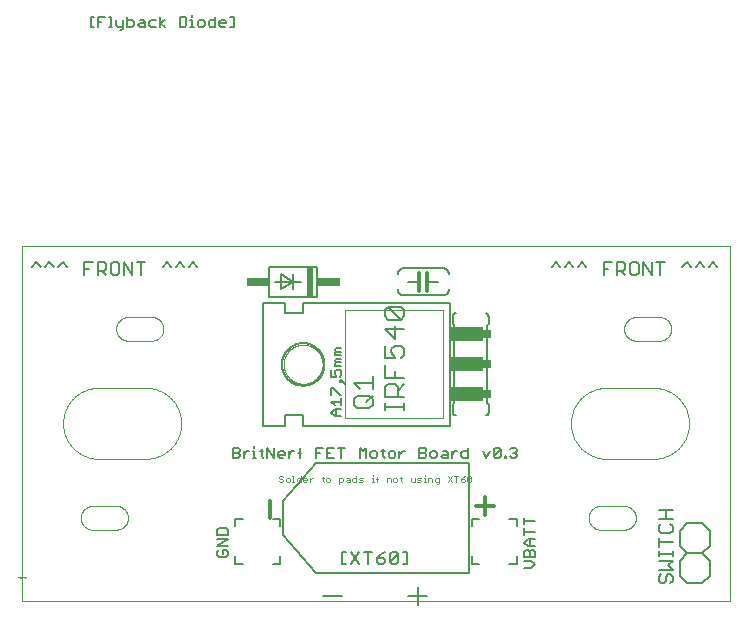
<source format=gto>
G75*
%MOIN*%
%OFA0B0*%
%FSLAX25Y25*%
%IPPOS*%
%LPD*%
%AMOC8*
5,1,8,0,0,1.08239X$1,22.5*
%
%ADD10C,0.00000*%
%ADD11C,0.00500*%
%ADD12C,0.00600*%
%ADD13C,0.00300*%
%ADD14C,0.01200*%
%ADD15C,0.00800*%
%ADD16R,0.02000X0.10000*%
%ADD17R,0.07500X0.03000*%
%ADD18C,0.00200*%
%ADD19C,0.00700*%
%ADD20R,0.02500X0.03000*%
%ADD21R,0.11000X0.05000*%
D10*
X0003000Y0007759D02*
X0003000Y0125869D01*
X0239220Y0125869D01*
X0239220Y0007759D01*
X0003000Y0007759D01*
X0003214Y0015409D02*
X0003227Y0015409D01*
X0003240Y0015423D01*
X0003240Y0015488D01*
X0003200Y0015488D01*
X0003187Y0015475D01*
X0003187Y0015449D01*
X0003200Y0015436D01*
X0003240Y0015436D01*
X0003260Y0015449D02*
X0003273Y0015436D01*
X0003299Y0015436D01*
X0003312Y0015449D01*
X0003312Y0015475D01*
X0003299Y0015488D01*
X0003273Y0015488D01*
X0003260Y0015475D01*
X0003260Y0015449D01*
X0003332Y0015475D02*
X0003385Y0015475D01*
X0003405Y0015488D02*
X0003405Y0015449D01*
X0003418Y0015436D01*
X0003431Y0015449D01*
X0003444Y0015436D01*
X0003457Y0015449D01*
X0003457Y0015488D01*
X0003477Y0015475D02*
X0003530Y0015475D01*
X0003550Y0015449D02*
X0003563Y0015462D01*
X0003602Y0015462D01*
X0003602Y0015475D02*
X0003602Y0015436D01*
X0003563Y0015436D01*
X0003550Y0015449D01*
X0003563Y0015488D02*
X0003589Y0015488D01*
X0003602Y0015475D01*
X0003622Y0015475D02*
X0003635Y0015488D01*
X0003675Y0015488D01*
X0003695Y0015475D02*
X0003708Y0015488D01*
X0003747Y0015488D01*
X0003767Y0015488D02*
X0003767Y0015436D01*
X0003747Y0015436D02*
X0003708Y0015436D01*
X0003695Y0015449D01*
X0003695Y0015475D01*
X0003675Y0015436D02*
X0003635Y0015436D01*
X0003622Y0015449D01*
X0003622Y0015475D01*
X0003675Y0015514D02*
X0003675Y0015436D01*
X0003747Y0015436D02*
X0003747Y0015514D01*
X0003794Y0015488D02*
X0003807Y0015488D01*
X0003794Y0015488D02*
X0003767Y0015462D01*
X0003828Y0015462D02*
X0003880Y0015462D01*
X0003880Y0015475D01*
X0003867Y0015488D01*
X0003841Y0015488D01*
X0003828Y0015475D01*
X0003828Y0015449D01*
X0003841Y0015436D01*
X0003867Y0015436D01*
X0003900Y0015436D02*
X0003940Y0015436D01*
X0003953Y0015449D01*
X0003940Y0015462D01*
X0003913Y0015462D01*
X0003900Y0015475D01*
X0003913Y0015488D01*
X0003953Y0015488D01*
X0003973Y0015475D02*
X0003986Y0015488D01*
X0004025Y0015488D01*
X0004012Y0015462D02*
X0003986Y0015462D01*
X0003973Y0015475D01*
X0003973Y0015436D02*
X0004012Y0015436D01*
X0004025Y0015449D01*
X0004012Y0015462D01*
X0004045Y0015449D02*
X0004058Y0015449D01*
X0004058Y0015436D01*
X0004045Y0015436D01*
X0004045Y0015449D01*
X0004081Y0015436D02*
X0004121Y0015436D01*
X0004134Y0015449D01*
X0004134Y0015475D01*
X0004121Y0015488D01*
X0004081Y0015488D01*
X0004081Y0015514D02*
X0004081Y0015436D01*
X0004154Y0015436D02*
X0004154Y0015488D01*
X0004167Y0015488D01*
X0004180Y0015475D01*
X0004193Y0015488D01*
X0004206Y0015475D01*
X0004206Y0015436D01*
X0004226Y0015436D02*
X0004266Y0015436D01*
X0004279Y0015449D01*
X0004279Y0015475D01*
X0004266Y0015488D01*
X0004226Y0015488D01*
X0004226Y0015409D01*
X0004180Y0015436D02*
X0004180Y0015475D01*
X0003167Y0015475D02*
X0003154Y0015488D01*
X0003128Y0015488D01*
X0003115Y0015475D01*
X0003115Y0015449D01*
X0003128Y0015436D01*
X0003154Y0015436D01*
X0003167Y0015449D01*
X0003167Y0015475D01*
X0003093Y0015436D02*
X0003066Y0015436D01*
X0003080Y0015436D02*
X0003080Y0015514D01*
X0003066Y0015514D01*
X0003033Y0015488D02*
X0003007Y0015488D01*
X0002994Y0015475D01*
X0002994Y0015449D01*
X0003007Y0015436D01*
X0003033Y0015436D01*
X0003046Y0015449D01*
X0003046Y0015475D01*
X0003033Y0015488D01*
X0002974Y0015475D02*
X0002974Y0015436D01*
X0002974Y0015475D02*
X0002961Y0015488D01*
X0002921Y0015488D01*
X0002921Y0015436D01*
X0002901Y0015449D02*
X0002901Y0015475D01*
X0002888Y0015488D01*
X0002862Y0015488D01*
X0002849Y0015475D01*
X0002849Y0015449D01*
X0002862Y0015436D01*
X0002888Y0015436D01*
X0002901Y0015449D01*
X0002829Y0015436D02*
X0002829Y0015475D01*
X0002816Y0015488D01*
X0002803Y0015475D01*
X0002803Y0015436D01*
X0002776Y0015436D02*
X0002776Y0015488D01*
X0002790Y0015488D01*
X0002803Y0015475D01*
X0002756Y0015514D02*
X0002704Y0015436D01*
X0002684Y0015449D02*
X0002684Y0015475D01*
X0002671Y0015488D01*
X0002645Y0015488D01*
X0002631Y0015475D01*
X0002631Y0015449D01*
X0002645Y0015436D01*
X0002671Y0015436D01*
X0002684Y0015449D01*
X0002611Y0015436D02*
X0002572Y0015436D01*
X0002559Y0015449D01*
X0002559Y0015475D01*
X0002572Y0015488D01*
X0002611Y0015488D01*
X0002611Y0015423D01*
X0002598Y0015409D01*
X0002585Y0015409D01*
X0002539Y0015449D02*
X0002539Y0015475D01*
X0002526Y0015488D01*
X0002500Y0015488D01*
X0002486Y0015475D01*
X0002486Y0015449D01*
X0002500Y0015436D01*
X0002526Y0015436D01*
X0002539Y0015449D01*
X0002466Y0015436D02*
X0002414Y0015436D01*
X0002414Y0015514D01*
X0002394Y0015514D02*
X0002341Y0015436D01*
X0002321Y0015436D02*
X0002282Y0015436D01*
X0002269Y0015449D01*
X0002269Y0015475D01*
X0002282Y0015488D01*
X0002321Y0015488D01*
X0002249Y0015475D02*
X0002249Y0015436D01*
X0002210Y0015436D01*
X0002196Y0015449D01*
X0002210Y0015462D01*
X0002249Y0015462D01*
X0002249Y0015475D02*
X0002236Y0015488D01*
X0002210Y0015488D01*
X0002176Y0015514D02*
X0002124Y0015514D01*
X0002102Y0015514D02*
X0002089Y0015501D01*
X0002089Y0015436D01*
X0002076Y0015475D02*
X0002102Y0015475D01*
X0002054Y0015475D02*
X0002027Y0015475D01*
X0002007Y0015475D02*
X0001994Y0015488D01*
X0001968Y0015488D01*
X0001955Y0015475D01*
X0001955Y0015449D01*
X0001968Y0015436D01*
X0001994Y0015436D01*
X0002007Y0015449D01*
X0002007Y0015475D01*
X0002040Y0015501D02*
X0002054Y0015514D01*
X0002040Y0015501D02*
X0002040Y0015436D01*
X0001935Y0015449D02*
X0001922Y0015436D01*
X0001882Y0015436D01*
X0001882Y0015514D01*
X0001922Y0015514D01*
X0001935Y0015501D01*
X0001935Y0015488D01*
X0001922Y0015475D01*
X0001882Y0015475D01*
X0001922Y0015475D02*
X0001935Y0015462D01*
X0001935Y0015449D01*
X0001862Y0015514D02*
X0001810Y0015436D01*
X0001787Y0015436D02*
X0001773Y0015436D01*
X0001773Y0015449D01*
X0001787Y0015449D01*
X0001787Y0015436D01*
X0001787Y0015475D02*
X0001773Y0015475D01*
X0001773Y0015488D01*
X0001787Y0015488D01*
X0001787Y0015475D01*
X0001754Y0015501D02*
X0001754Y0015514D01*
X0001754Y0015501D02*
X0001727Y0015475D01*
X0001727Y0015436D01*
X0001727Y0015475D02*
X0001701Y0015501D01*
X0001701Y0015514D01*
X0002150Y0015514D02*
X0002150Y0015436D01*
X0026622Y0031381D02*
X0034496Y0031381D01*
X0034620Y0031383D01*
X0034743Y0031389D01*
X0034867Y0031398D01*
X0034989Y0031412D01*
X0035112Y0031429D01*
X0035234Y0031451D01*
X0035355Y0031476D01*
X0035475Y0031505D01*
X0035594Y0031537D01*
X0035713Y0031574D01*
X0035830Y0031614D01*
X0035945Y0031657D01*
X0036060Y0031705D01*
X0036172Y0031756D01*
X0036283Y0031810D01*
X0036393Y0031868D01*
X0036500Y0031929D01*
X0036606Y0031994D01*
X0036709Y0032062D01*
X0036810Y0032133D01*
X0036909Y0032207D01*
X0037006Y0032284D01*
X0037100Y0032365D01*
X0037191Y0032448D01*
X0037280Y0032534D01*
X0037366Y0032623D01*
X0037449Y0032714D01*
X0037530Y0032808D01*
X0037607Y0032905D01*
X0037681Y0033004D01*
X0037752Y0033105D01*
X0037820Y0033208D01*
X0037885Y0033314D01*
X0037946Y0033421D01*
X0038004Y0033531D01*
X0038058Y0033642D01*
X0038109Y0033754D01*
X0038157Y0033869D01*
X0038200Y0033984D01*
X0038240Y0034101D01*
X0038277Y0034220D01*
X0038309Y0034339D01*
X0038338Y0034459D01*
X0038363Y0034580D01*
X0038385Y0034702D01*
X0038402Y0034825D01*
X0038416Y0034947D01*
X0038425Y0035071D01*
X0038431Y0035194D01*
X0038433Y0035318D01*
X0038431Y0035442D01*
X0038425Y0035565D01*
X0038416Y0035689D01*
X0038402Y0035811D01*
X0038385Y0035934D01*
X0038363Y0036056D01*
X0038338Y0036177D01*
X0038309Y0036297D01*
X0038277Y0036416D01*
X0038240Y0036535D01*
X0038200Y0036652D01*
X0038157Y0036767D01*
X0038109Y0036882D01*
X0038058Y0036994D01*
X0038004Y0037105D01*
X0037946Y0037215D01*
X0037885Y0037322D01*
X0037820Y0037428D01*
X0037752Y0037531D01*
X0037681Y0037632D01*
X0037607Y0037731D01*
X0037530Y0037828D01*
X0037449Y0037922D01*
X0037366Y0038013D01*
X0037280Y0038102D01*
X0037191Y0038188D01*
X0037100Y0038271D01*
X0037006Y0038352D01*
X0036909Y0038429D01*
X0036810Y0038503D01*
X0036709Y0038574D01*
X0036606Y0038642D01*
X0036500Y0038707D01*
X0036393Y0038768D01*
X0036283Y0038826D01*
X0036172Y0038880D01*
X0036060Y0038931D01*
X0035945Y0038979D01*
X0035830Y0039022D01*
X0035713Y0039062D01*
X0035594Y0039099D01*
X0035475Y0039131D01*
X0035355Y0039160D01*
X0035234Y0039185D01*
X0035112Y0039207D01*
X0034989Y0039224D01*
X0034867Y0039238D01*
X0034743Y0039247D01*
X0034620Y0039253D01*
X0034496Y0039255D01*
X0026622Y0039255D01*
X0026498Y0039253D01*
X0026375Y0039247D01*
X0026251Y0039238D01*
X0026129Y0039224D01*
X0026006Y0039207D01*
X0025884Y0039185D01*
X0025763Y0039160D01*
X0025643Y0039131D01*
X0025524Y0039099D01*
X0025405Y0039062D01*
X0025288Y0039022D01*
X0025173Y0038979D01*
X0025058Y0038931D01*
X0024946Y0038880D01*
X0024835Y0038826D01*
X0024725Y0038768D01*
X0024618Y0038707D01*
X0024512Y0038642D01*
X0024409Y0038574D01*
X0024308Y0038503D01*
X0024209Y0038429D01*
X0024112Y0038352D01*
X0024018Y0038271D01*
X0023927Y0038188D01*
X0023838Y0038102D01*
X0023752Y0038013D01*
X0023669Y0037922D01*
X0023588Y0037828D01*
X0023511Y0037731D01*
X0023437Y0037632D01*
X0023366Y0037531D01*
X0023298Y0037428D01*
X0023233Y0037322D01*
X0023172Y0037215D01*
X0023114Y0037105D01*
X0023060Y0036994D01*
X0023009Y0036882D01*
X0022961Y0036767D01*
X0022918Y0036652D01*
X0022878Y0036535D01*
X0022841Y0036416D01*
X0022809Y0036297D01*
X0022780Y0036177D01*
X0022755Y0036056D01*
X0022733Y0035934D01*
X0022716Y0035811D01*
X0022702Y0035689D01*
X0022693Y0035565D01*
X0022687Y0035442D01*
X0022685Y0035318D01*
X0022687Y0035194D01*
X0022693Y0035071D01*
X0022702Y0034947D01*
X0022716Y0034825D01*
X0022733Y0034702D01*
X0022755Y0034580D01*
X0022780Y0034459D01*
X0022809Y0034339D01*
X0022841Y0034220D01*
X0022878Y0034101D01*
X0022918Y0033984D01*
X0022961Y0033869D01*
X0023009Y0033754D01*
X0023060Y0033642D01*
X0023114Y0033531D01*
X0023172Y0033421D01*
X0023233Y0033314D01*
X0023298Y0033208D01*
X0023366Y0033105D01*
X0023437Y0033004D01*
X0023511Y0032905D01*
X0023588Y0032808D01*
X0023669Y0032714D01*
X0023752Y0032623D01*
X0023838Y0032534D01*
X0023927Y0032448D01*
X0024018Y0032365D01*
X0024112Y0032284D01*
X0024209Y0032207D01*
X0024308Y0032133D01*
X0024409Y0032062D01*
X0024512Y0031994D01*
X0024618Y0031929D01*
X0024725Y0031868D01*
X0024835Y0031810D01*
X0024946Y0031756D01*
X0025058Y0031705D01*
X0025173Y0031657D01*
X0025288Y0031614D01*
X0025405Y0031574D01*
X0025524Y0031537D01*
X0025643Y0031505D01*
X0025763Y0031476D01*
X0025884Y0031451D01*
X0026006Y0031429D01*
X0026129Y0031412D01*
X0026251Y0031398D01*
X0026375Y0031389D01*
X0026498Y0031383D01*
X0026622Y0031381D01*
X0028591Y0055003D02*
X0044339Y0055003D01*
X0044627Y0055007D01*
X0044914Y0055017D01*
X0045201Y0055035D01*
X0045488Y0055059D01*
X0045774Y0055090D01*
X0046059Y0055129D01*
X0046343Y0055174D01*
X0046626Y0055226D01*
X0046907Y0055286D01*
X0047187Y0055352D01*
X0047465Y0055424D01*
X0047742Y0055504D01*
X0048016Y0055590D01*
X0048288Y0055683D01*
X0048558Y0055782D01*
X0048826Y0055888D01*
X0049090Y0056001D01*
X0049352Y0056120D01*
X0049611Y0056245D01*
X0049867Y0056377D01*
X0050120Y0056514D01*
X0050369Y0056658D01*
X0050614Y0056808D01*
X0050856Y0056964D01*
X0051094Y0057125D01*
X0051328Y0057293D01*
X0051558Y0057466D01*
X0051783Y0057644D01*
X0052004Y0057828D01*
X0052221Y0058017D01*
X0052433Y0058212D01*
X0052640Y0058412D01*
X0052842Y0058616D01*
X0053039Y0058826D01*
X0053231Y0059040D01*
X0053417Y0059259D01*
X0053599Y0059482D01*
X0053775Y0059710D01*
X0053945Y0059942D01*
X0054109Y0060178D01*
X0054268Y0060417D01*
X0054421Y0060661D01*
X0054568Y0060909D01*
X0054708Y0061159D01*
X0054843Y0061414D01*
X0054971Y0061671D01*
X0055093Y0061931D01*
X0055209Y0062195D01*
X0055318Y0062461D01*
X0055421Y0062729D01*
X0055517Y0063000D01*
X0055607Y0063274D01*
X0055690Y0063549D01*
X0055766Y0063827D01*
X0055835Y0064106D01*
X0055898Y0064386D01*
X0055954Y0064669D01*
X0056002Y0064952D01*
X0056044Y0065237D01*
X0056079Y0065522D01*
X0056107Y0065808D01*
X0056128Y0066095D01*
X0056142Y0066383D01*
X0056149Y0066670D01*
X0056149Y0066958D01*
X0056142Y0067245D01*
X0056128Y0067533D01*
X0056107Y0067820D01*
X0056079Y0068106D01*
X0056044Y0068391D01*
X0056002Y0068676D01*
X0055954Y0068959D01*
X0055898Y0069242D01*
X0055835Y0069522D01*
X0055766Y0069801D01*
X0055690Y0070079D01*
X0055607Y0070354D01*
X0055517Y0070628D01*
X0055421Y0070899D01*
X0055318Y0071167D01*
X0055209Y0071433D01*
X0055093Y0071697D01*
X0054971Y0071957D01*
X0054843Y0072214D01*
X0054708Y0072469D01*
X0054568Y0072720D01*
X0054421Y0072967D01*
X0054268Y0073211D01*
X0054109Y0073450D01*
X0053945Y0073686D01*
X0053775Y0073918D01*
X0053599Y0074146D01*
X0053417Y0074369D01*
X0053231Y0074588D01*
X0053039Y0074802D01*
X0052842Y0075012D01*
X0052640Y0075216D01*
X0052433Y0075416D01*
X0052221Y0075611D01*
X0052004Y0075800D01*
X0051783Y0075984D01*
X0051558Y0076162D01*
X0051328Y0076335D01*
X0051094Y0076503D01*
X0050856Y0076664D01*
X0050614Y0076820D01*
X0050369Y0076970D01*
X0050120Y0077114D01*
X0049867Y0077251D01*
X0049611Y0077383D01*
X0049352Y0077508D01*
X0049090Y0077627D01*
X0048826Y0077740D01*
X0048558Y0077846D01*
X0048288Y0077945D01*
X0048016Y0078038D01*
X0047742Y0078124D01*
X0047465Y0078204D01*
X0047187Y0078276D01*
X0046907Y0078342D01*
X0046626Y0078402D01*
X0046343Y0078454D01*
X0046059Y0078499D01*
X0045774Y0078538D01*
X0045488Y0078569D01*
X0045201Y0078593D01*
X0044914Y0078611D01*
X0044627Y0078621D01*
X0044339Y0078625D01*
X0028591Y0078625D01*
X0028303Y0078621D01*
X0028016Y0078611D01*
X0027729Y0078593D01*
X0027442Y0078569D01*
X0027156Y0078538D01*
X0026871Y0078499D01*
X0026587Y0078454D01*
X0026304Y0078402D01*
X0026023Y0078342D01*
X0025743Y0078276D01*
X0025465Y0078204D01*
X0025188Y0078124D01*
X0024914Y0078038D01*
X0024642Y0077945D01*
X0024372Y0077846D01*
X0024104Y0077740D01*
X0023840Y0077627D01*
X0023578Y0077508D01*
X0023319Y0077383D01*
X0023063Y0077251D01*
X0022810Y0077114D01*
X0022561Y0076970D01*
X0022316Y0076820D01*
X0022074Y0076664D01*
X0021836Y0076503D01*
X0021602Y0076335D01*
X0021372Y0076162D01*
X0021147Y0075984D01*
X0020926Y0075800D01*
X0020709Y0075611D01*
X0020497Y0075416D01*
X0020290Y0075216D01*
X0020088Y0075012D01*
X0019891Y0074802D01*
X0019699Y0074588D01*
X0019513Y0074369D01*
X0019331Y0074146D01*
X0019155Y0073918D01*
X0018985Y0073686D01*
X0018821Y0073450D01*
X0018662Y0073211D01*
X0018509Y0072967D01*
X0018362Y0072719D01*
X0018222Y0072469D01*
X0018087Y0072214D01*
X0017959Y0071957D01*
X0017837Y0071697D01*
X0017721Y0071433D01*
X0017612Y0071167D01*
X0017509Y0070899D01*
X0017413Y0070628D01*
X0017323Y0070354D01*
X0017240Y0070079D01*
X0017164Y0069801D01*
X0017095Y0069522D01*
X0017032Y0069242D01*
X0016976Y0068959D01*
X0016928Y0068676D01*
X0016886Y0068391D01*
X0016851Y0068106D01*
X0016823Y0067820D01*
X0016802Y0067533D01*
X0016788Y0067245D01*
X0016781Y0066958D01*
X0016781Y0066670D01*
X0016788Y0066383D01*
X0016802Y0066095D01*
X0016823Y0065808D01*
X0016851Y0065522D01*
X0016886Y0065237D01*
X0016928Y0064952D01*
X0016976Y0064669D01*
X0017032Y0064386D01*
X0017095Y0064106D01*
X0017164Y0063827D01*
X0017240Y0063549D01*
X0017323Y0063274D01*
X0017413Y0063000D01*
X0017509Y0062729D01*
X0017612Y0062461D01*
X0017721Y0062195D01*
X0017837Y0061931D01*
X0017959Y0061671D01*
X0018087Y0061414D01*
X0018222Y0061159D01*
X0018362Y0060908D01*
X0018509Y0060661D01*
X0018662Y0060417D01*
X0018821Y0060178D01*
X0018985Y0059942D01*
X0019155Y0059710D01*
X0019331Y0059482D01*
X0019513Y0059259D01*
X0019699Y0059040D01*
X0019891Y0058826D01*
X0020088Y0058616D01*
X0020290Y0058412D01*
X0020497Y0058212D01*
X0020709Y0058017D01*
X0020926Y0057828D01*
X0021147Y0057644D01*
X0021372Y0057466D01*
X0021602Y0057293D01*
X0021836Y0057125D01*
X0022074Y0056964D01*
X0022316Y0056808D01*
X0022561Y0056658D01*
X0022810Y0056514D01*
X0023063Y0056377D01*
X0023319Y0056245D01*
X0023578Y0056120D01*
X0023840Y0056001D01*
X0024104Y0055888D01*
X0024372Y0055782D01*
X0024642Y0055683D01*
X0024914Y0055590D01*
X0025188Y0055504D01*
X0025465Y0055424D01*
X0025743Y0055352D01*
X0026023Y0055286D01*
X0026304Y0055226D01*
X0026587Y0055174D01*
X0026871Y0055129D01*
X0027156Y0055090D01*
X0027442Y0055059D01*
X0027729Y0055035D01*
X0028016Y0055017D01*
X0028303Y0055007D01*
X0028591Y0055003D01*
X0038433Y0094373D02*
X0046307Y0094373D01*
X0046431Y0094375D01*
X0046554Y0094381D01*
X0046678Y0094390D01*
X0046800Y0094404D01*
X0046923Y0094421D01*
X0047045Y0094443D01*
X0047166Y0094468D01*
X0047286Y0094497D01*
X0047405Y0094529D01*
X0047524Y0094566D01*
X0047641Y0094606D01*
X0047756Y0094649D01*
X0047871Y0094697D01*
X0047983Y0094748D01*
X0048094Y0094802D01*
X0048204Y0094860D01*
X0048311Y0094921D01*
X0048417Y0094986D01*
X0048520Y0095054D01*
X0048621Y0095125D01*
X0048720Y0095199D01*
X0048817Y0095276D01*
X0048911Y0095357D01*
X0049002Y0095440D01*
X0049091Y0095526D01*
X0049177Y0095615D01*
X0049260Y0095706D01*
X0049341Y0095800D01*
X0049418Y0095897D01*
X0049492Y0095996D01*
X0049563Y0096097D01*
X0049631Y0096200D01*
X0049696Y0096306D01*
X0049757Y0096413D01*
X0049815Y0096523D01*
X0049869Y0096634D01*
X0049920Y0096746D01*
X0049968Y0096861D01*
X0050011Y0096976D01*
X0050051Y0097093D01*
X0050088Y0097212D01*
X0050120Y0097331D01*
X0050149Y0097451D01*
X0050174Y0097572D01*
X0050196Y0097694D01*
X0050213Y0097817D01*
X0050227Y0097939D01*
X0050236Y0098063D01*
X0050242Y0098186D01*
X0050244Y0098310D01*
X0050242Y0098434D01*
X0050236Y0098557D01*
X0050227Y0098681D01*
X0050213Y0098803D01*
X0050196Y0098926D01*
X0050174Y0099048D01*
X0050149Y0099169D01*
X0050120Y0099289D01*
X0050088Y0099408D01*
X0050051Y0099527D01*
X0050011Y0099644D01*
X0049968Y0099759D01*
X0049920Y0099874D01*
X0049869Y0099986D01*
X0049815Y0100097D01*
X0049757Y0100207D01*
X0049696Y0100314D01*
X0049631Y0100420D01*
X0049563Y0100523D01*
X0049492Y0100624D01*
X0049418Y0100723D01*
X0049341Y0100820D01*
X0049260Y0100914D01*
X0049177Y0101005D01*
X0049091Y0101094D01*
X0049002Y0101180D01*
X0048911Y0101263D01*
X0048817Y0101344D01*
X0048720Y0101421D01*
X0048621Y0101495D01*
X0048520Y0101566D01*
X0048417Y0101634D01*
X0048311Y0101699D01*
X0048204Y0101760D01*
X0048094Y0101818D01*
X0047983Y0101872D01*
X0047871Y0101923D01*
X0047756Y0101971D01*
X0047641Y0102014D01*
X0047524Y0102054D01*
X0047405Y0102091D01*
X0047286Y0102123D01*
X0047166Y0102152D01*
X0047045Y0102177D01*
X0046923Y0102199D01*
X0046800Y0102216D01*
X0046678Y0102230D01*
X0046554Y0102239D01*
X0046431Y0102245D01*
X0046307Y0102247D01*
X0038433Y0102247D01*
X0038309Y0102245D01*
X0038186Y0102239D01*
X0038062Y0102230D01*
X0037940Y0102216D01*
X0037817Y0102199D01*
X0037695Y0102177D01*
X0037574Y0102152D01*
X0037454Y0102123D01*
X0037335Y0102091D01*
X0037216Y0102054D01*
X0037099Y0102014D01*
X0036984Y0101971D01*
X0036869Y0101923D01*
X0036757Y0101872D01*
X0036646Y0101818D01*
X0036536Y0101760D01*
X0036429Y0101699D01*
X0036323Y0101634D01*
X0036220Y0101566D01*
X0036119Y0101495D01*
X0036020Y0101421D01*
X0035923Y0101344D01*
X0035829Y0101263D01*
X0035738Y0101180D01*
X0035649Y0101094D01*
X0035563Y0101005D01*
X0035480Y0100914D01*
X0035399Y0100820D01*
X0035322Y0100723D01*
X0035248Y0100624D01*
X0035177Y0100523D01*
X0035109Y0100420D01*
X0035044Y0100314D01*
X0034983Y0100207D01*
X0034925Y0100097D01*
X0034871Y0099986D01*
X0034820Y0099874D01*
X0034772Y0099759D01*
X0034729Y0099644D01*
X0034689Y0099527D01*
X0034652Y0099408D01*
X0034620Y0099289D01*
X0034591Y0099169D01*
X0034566Y0099048D01*
X0034544Y0098926D01*
X0034527Y0098803D01*
X0034513Y0098681D01*
X0034504Y0098557D01*
X0034498Y0098434D01*
X0034496Y0098310D01*
X0034498Y0098186D01*
X0034504Y0098063D01*
X0034513Y0097939D01*
X0034527Y0097817D01*
X0034544Y0097694D01*
X0034566Y0097572D01*
X0034591Y0097451D01*
X0034620Y0097331D01*
X0034652Y0097212D01*
X0034689Y0097093D01*
X0034729Y0096976D01*
X0034772Y0096861D01*
X0034820Y0096746D01*
X0034871Y0096634D01*
X0034925Y0096523D01*
X0034983Y0096413D01*
X0035044Y0096306D01*
X0035109Y0096200D01*
X0035177Y0096097D01*
X0035248Y0095996D01*
X0035322Y0095897D01*
X0035399Y0095800D01*
X0035480Y0095706D01*
X0035563Y0095615D01*
X0035649Y0095526D01*
X0035738Y0095440D01*
X0035829Y0095357D01*
X0035923Y0095276D01*
X0036020Y0095199D01*
X0036119Y0095125D01*
X0036220Y0095054D01*
X0036323Y0094986D01*
X0036429Y0094921D01*
X0036536Y0094860D01*
X0036646Y0094802D01*
X0036757Y0094748D01*
X0036869Y0094697D01*
X0036984Y0094649D01*
X0037099Y0094606D01*
X0037216Y0094566D01*
X0037335Y0094529D01*
X0037454Y0094497D01*
X0037574Y0094468D01*
X0037695Y0094443D01*
X0037817Y0094421D01*
X0037940Y0094404D01*
X0038062Y0094390D01*
X0038186Y0094381D01*
X0038309Y0094375D01*
X0038433Y0094373D01*
X0090295Y0086499D02*
X0090297Y0086660D01*
X0090303Y0086820D01*
X0090313Y0086981D01*
X0090327Y0087141D01*
X0090345Y0087301D01*
X0090366Y0087460D01*
X0090392Y0087619D01*
X0090422Y0087777D01*
X0090455Y0087934D01*
X0090493Y0088091D01*
X0090534Y0088246D01*
X0090579Y0088400D01*
X0090628Y0088553D01*
X0090681Y0088705D01*
X0090737Y0088856D01*
X0090798Y0089005D01*
X0090861Y0089153D01*
X0090929Y0089299D01*
X0091000Y0089443D01*
X0091074Y0089585D01*
X0091152Y0089726D01*
X0091234Y0089864D01*
X0091319Y0090001D01*
X0091407Y0090135D01*
X0091499Y0090267D01*
X0091594Y0090397D01*
X0091692Y0090525D01*
X0091793Y0090650D01*
X0091897Y0090772D01*
X0092004Y0090892D01*
X0092114Y0091009D01*
X0092227Y0091124D01*
X0092343Y0091235D01*
X0092462Y0091344D01*
X0092583Y0091449D01*
X0092707Y0091552D01*
X0092833Y0091652D01*
X0092961Y0091748D01*
X0093092Y0091841D01*
X0093226Y0091931D01*
X0093361Y0092018D01*
X0093499Y0092101D01*
X0093638Y0092181D01*
X0093780Y0092257D01*
X0093923Y0092330D01*
X0094068Y0092399D01*
X0094215Y0092465D01*
X0094363Y0092527D01*
X0094513Y0092585D01*
X0094664Y0092640D01*
X0094817Y0092691D01*
X0094971Y0092738D01*
X0095126Y0092781D01*
X0095282Y0092820D01*
X0095438Y0092856D01*
X0095596Y0092887D01*
X0095754Y0092915D01*
X0095913Y0092939D01*
X0096073Y0092959D01*
X0096233Y0092975D01*
X0096393Y0092987D01*
X0096554Y0092995D01*
X0096715Y0092999D01*
X0096875Y0092999D01*
X0097036Y0092995D01*
X0097197Y0092987D01*
X0097357Y0092975D01*
X0097517Y0092959D01*
X0097677Y0092939D01*
X0097836Y0092915D01*
X0097994Y0092887D01*
X0098152Y0092856D01*
X0098308Y0092820D01*
X0098464Y0092781D01*
X0098619Y0092738D01*
X0098773Y0092691D01*
X0098926Y0092640D01*
X0099077Y0092585D01*
X0099227Y0092527D01*
X0099375Y0092465D01*
X0099522Y0092399D01*
X0099667Y0092330D01*
X0099810Y0092257D01*
X0099952Y0092181D01*
X0100091Y0092101D01*
X0100229Y0092018D01*
X0100364Y0091931D01*
X0100498Y0091841D01*
X0100629Y0091748D01*
X0100757Y0091652D01*
X0100883Y0091552D01*
X0101007Y0091449D01*
X0101128Y0091344D01*
X0101247Y0091235D01*
X0101363Y0091124D01*
X0101476Y0091009D01*
X0101586Y0090892D01*
X0101693Y0090772D01*
X0101797Y0090650D01*
X0101898Y0090525D01*
X0101996Y0090397D01*
X0102091Y0090267D01*
X0102183Y0090135D01*
X0102271Y0090001D01*
X0102356Y0089864D01*
X0102438Y0089726D01*
X0102516Y0089585D01*
X0102590Y0089443D01*
X0102661Y0089299D01*
X0102729Y0089153D01*
X0102792Y0089005D01*
X0102853Y0088856D01*
X0102909Y0088705D01*
X0102962Y0088553D01*
X0103011Y0088400D01*
X0103056Y0088246D01*
X0103097Y0088091D01*
X0103135Y0087934D01*
X0103168Y0087777D01*
X0103198Y0087619D01*
X0103224Y0087460D01*
X0103245Y0087301D01*
X0103263Y0087141D01*
X0103277Y0086981D01*
X0103287Y0086820D01*
X0103293Y0086660D01*
X0103295Y0086499D01*
X0103293Y0086338D01*
X0103287Y0086178D01*
X0103277Y0086017D01*
X0103263Y0085857D01*
X0103245Y0085697D01*
X0103224Y0085538D01*
X0103198Y0085379D01*
X0103168Y0085221D01*
X0103135Y0085064D01*
X0103097Y0084907D01*
X0103056Y0084752D01*
X0103011Y0084598D01*
X0102962Y0084445D01*
X0102909Y0084293D01*
X0102853Y0084142D01*
X0102792Y0083993D01*
X0102729Y0083845D01*
X0102661Y0083699D01*
X0102590Y0083555D01*
X0102516Y0083413D01*
X0102438Y0083272D01*
X0102356Y0083134D01*
X0102271Y0082997D01*
X0102183Y0082863D01*
X0102091Y0082731D01*
X0101996Y0082601D01*
X0101898Y0082473D01*
X0101797Y0082348D01*
X0101693Y0082226D01*
X0101586Y0082106D01*
X0101476Y0081989D01*
X0101363Y0081874D01*
X0101247Y0081763D01*
X0101128Y0081654D01*
X0101007Y0081549D01*
X0100883Y0081446D01*
X0100757Y0081346D01*
X0100629Y0081250D01*
X0100498Y0081157D01*
X0100364Y0081067D01*
X0100229Y0080980D01*
X0100091Y0080897D01*
X0099952Y0080817D01*
X0099810Y0080741D01*
X0099667Y0080668D01*
X0099522Y0080599D01*
X0099375Y0080533D01*
X0099227Y0080471D01*
X0099077Y0080413D01*
X0098926Y0080358D01*
X0098773Y0080307D01*
X0098619Y0080260D01*
X0098464Y0080217D01*
X0098308Y0080178D01*
X0098152Y0080142D01*
X0097994Y0080111D01*
X0097836Y0080083D01*
X0097677Y0080059D01*
X0097517Y0080039D01*
X0097357Y0080023D01*
X0097197Y0080011D01*
X0097036Y0080003D01*
X0096875Y0079999D01*
X0096715Y0079999D01*
X0096554Y0080003D01*
X0096393Y0080011D01*
X0096233Y0080023D01*
X0096073Y0080039D01*
X0095913Y0080059D01*
X0095754Y0080083D01*
X0095596Y0080111D01*
X0095438Y0080142D01*
X0095282Y0080178D01*
X0095126Y0080217D01*
X0094971Y0080260D01*
X0094817Y0080307D01*
X0094664Y0080358D01*
X0094513Y0080413D01*
X0094363Y0080471D01*
X0094215Y0080533D01*
X0094068Y0080599D01*
X0093923Y0080668D01*
X0093780Y0080741D01*
X0093638Y0080817D01*
X0093499Y0080897D01*
X0093361Y0080980D01*
X0093226Y0081067D01*
X0093092Y0081157D01*
X0092961Y0081250D01*
X0092833Y0081346D01*
X0092707Y0081446D01*
X0092583Y0081549D01*
X0092462Y0081654D01*
X0092343Y0081763D01*
X0092227Y0081874D01*
X0092114Y0081989D01*
X0092004Y0082106D01*
X0091897Y0082226D01*
X0091793Y0082348D01*
X0091692Y0082473D01*
X0091594Y0082601D01*
X0091499Y0082731D01*
X0091407Y0082863D01*
X0091319Y0082997D01*
X0091234Y0083134D01*
X0091152Y0083272D01*
X0091074Y0083413D01*
X0091000Y0083555D01*
X0090929Y0083699D01*
X0090861Y0083845D01*
X0090798Y0083993D01*
X0090737Y0084142D01*
X0090681Y0084293D01*
X0090628Y0084445D01*
X0090579Y0084598D01*
X0090534Y0084752D01*
X0090493Y0084907D01*
X0090455Y0085064D01*
X0090422Y0085221D01*
X0090392Y0085379D01*
X0090366Y0085538D01*
X0090345Y0085697D01*
X0090327Y0085857D01*
X0090313Y0086017D01*
X0090303Y0086178D01*
X0090297Y0086338D01*
X0090295Y0086499D01*
X0195913Y0039255D02*
X0203787Y0039255D01*
X0203911Y0039253D01*
X0204034Y0039247D01*
X0204158Y0039238D01*
X0204280Y0039224D01*
X0204403Y0039207D01*
X0204525Y0039185D01*
X0204646Y0039160D01*
X0204766Y0039131D01*
X0204885Y0039099D01*
X0205004Y0039062D01*
X0205121Y0039022D01*
X0205236Y0038979D01*
X0205351Y0038931D01*
X0205463Y0038880D01*
X0205574Y0038826D01*
X0205684Y0038768D01*
X0205791Y0038707D01*
X0205897Y0038642D01*
X0206000Y0038574D01*
X0206101Y0038503D01*
X0206200Y0038429D01*
X0206297Y0038352D01*
X0206391Y0038271D01*
X0206482Y0038188D01*
X0206571Y0038102D01*
X0206657Y0038013D01*
X0206740Y0037922D01*
X0206821Y0037828D01*
X0206898Y0037731D01*
X0206972Y0037632D01*
X0207043Y0037531D01*
X0207111Y0037428D01*
X0207176Y0037322D01*
X0207237Y0037215D01*
X0207295Y0037105D01*
X0207349Y0036994D01*
X0207400Y0036882D01*
X0207448Y0036767D01*
X0207491Y0036652D01*
X0207531Y0036535D01*
X0207568Y0036416D01*
X0207600Y0036297D01*
X0207629Y0036177D01*
X0207654Y0036056D01*
X0207676Y0035934D01*
X0207693Y0035811D01*
X0207707Y0035689D01*
X0207716Y0035565D01*
X0207722Y0035442D01*
X0207724Y0035318D01*
X0207722Y0035194D01*
X0207716Y0035071D01*
X0207707Y0034947D01*
X0207693Y0034825D01*
X0207676Y0034702D01*
X0207654Y0034580D01*
X0207629Y0034459D01*
X0207600Y0034339D01*
X0207568Y0034220D01*
X0207531Y0034101D01*
X0207491Y0033984D01*
X0207448Y0033869D01*
X0207400Y0033754D01*
X0207349Y0033642D01*
X0207295Y0033531D01*
X0207237Y0033421D01*
X0207176Y0033314D01*
X0207111Y0033208D01*
X0207043Y0033105D01*
X0206972Y0033004D01*
X0206898Y0032905D01*
X0206821Y0032808D01*
X0206740Y0032714D01*
X0206657Y0032623D01*
X0206571Y0032534D01*
X0206482Y0032448D01*
X0206391Y0032365D01*
X0206297Y0032284D01*
X0206200Y0032207D01*
X0206101Y0032133D01*
X0206000Y0032062D01*
X0205897Y0031994D01*
X0205791Y0031929D01*
X0205684Y0031868D01*
X0205574Y0031810D01*
X0205463Y0031756D01*
X0205351Y0031705D01*
X0205236Y0031657D01*
X0205121Y0031614D01*
X0205004Y0031574D01*
X0204885Y0031537D01*
X0204766Y0031505D01*
X0204646Y0031476D01*
X0204525Y0031451D01*
X0204403Y0031429D01*
X0204280Y0031412D01*
X0204158Y0031398D01*
X0204034Y0031389D01*
X0203911Y0031383D01*
X0203787Y0031381D01*
X0195913Y0031381D01*
X0195789Y0031383D01*
X0195666Y0031389D01*
X0195542Y0031398D01*
X0195420Y0031412D01*
X0195297Y0031429D01*
X0195175Y0031451D01*
X0195054Y0031476D01*
X0194934Y0031505D01*
X0194815Y0031537D01*
X0194696Y0031574D01*
X0194579Y0031614D01*
X0194464Y0031657D01*
X0194349Y0031705D01*
X0194237Y0031756D01*
X0194126Y0031810D01*
X0194016Y0031868D01*
X0193909Y0031929D01*
X0193803Y0031994D01*
X0193700Y0032062D01*
X0193599Y0032133D01*
X0193500Y0032207D01*
X0193403Y0032284D01*
X0193309Y0032365D01*
X0193218Y0032448D01*
X0193129Y0032534D01*
X0193043Y0032623D01*
X0192960Y0032714D01*
X0192879Y0032808D01*
X0192802Y0032905D01*
X0192728Y0033004D01*
X0192657Y0033105D01*
X0192589Y0033208D01*
X0192524Y0033314D01*
X0192463Y0033421D01*
X0192405Y0033531D01*
X0192351Y0033642D01*
X0192300Y0033754D01*
X0192252Y0033869D01*
X0192209Y0033984D01*
X0192169Y0034101D01*
X0192132Y0034220D01*
X0192100Y0034339D01*
X0192071Y0034459D01*
X0192046Y0034580D01*
X0192024Y0034702D01*
X0192007Y0034825D01*
X0191993Y0034947D01*
X0191984Y0035071D01*
X0191978Y0035194D01*
X0191976Y0035318D01*
X0191978Y0035442D01*
X0191984Y0035565D01*
X0191993Y0035689D01*
X0192007Y0035811D01*
X0192024Y0035934D01*
X0192046Y0036056D01*
X0192071Y0036177D01*
X0192100Y0036297D01*
X0192132Y0036416D01*
X0192169Y0036535D01*
X0192209Y0036652D01*
X0192252Y0036767D01*
X0192300Y0036882D01*
X0192351Y0036994D01*
X0192405Y0037105D01*
X0192463Y0037215D01*
X0192524Y0037322D01*
X0192589Y0037428D01*
X0192657Y0037531D01*
X0192728Y0037632D01*
X0192802Y0037731D01*
X0192879Y0037828D01*
X0192960Y0037922D01*
X0193043Y0038013D01*
X0193129Y0038102D01*
X0193218Y0038188D01*
X0193309Y0038271D01*
X0193403Y0038352D01*
X0193500Y0038429D01*
X0193599Y0038503D01*
X0193700Y0038574D01*
X0193803Y0038642D01*
X0193909Y0038707D01*
X0194016Y0038768D01*
X0194126Y0038826D01*
X0194237Y0038880D01*
X0194349Y0038931D01*
X0194464Y0038979D01*
X0194579Y0039022D01*
X0194696Y0039062D01*
X0194815Y0039099D01*
X0194934Y0039131D01*
X0195054Y0039160D01*
X0195175Y0039185D01*
X0195297Y0039207D01*
X0195420Y0039224D01*
X0195542Y0039238D01*
X0195666Y0039247D01*
X0195789Y0039253D01*
X0195913Y0039255D01*
X0197882Y0055003D02*
X0213630Y0055003D01*
X0213918Y0055007D01*
X0214205Y0055017D01*
X0214492Y0055035D01*
X0214779Y0055059D01*
X0215065Y0055090D01*
X0215350Y0055129D01*
X0215634Y0055174D01*
X0215917Y0055226D01*
X0216198Y0055286D01*
X0216478Y0055352D01*
X0216756Y0055424D01*
X0217033Y0055504D01*
X0217307Y0055590D01*
X0217579Y0055683D01*
X0217849Y0055782D01*
X0218117Y0055888D01*
X0218381Y0056001D01*
X0218643Y0056120D01*
X0218902Y0056245D01*
X0219158Y0056377D01*
X0219411Y0056514D01*
X0219660Y0056658D01*
X0219905Y0056808D01*
X0220147Y0056964D01*
X0220385Y0057125D01*
X0220619Y0057293D01*
X0220849Y0057466D01*
X0221074Y0057644D01*
X0221295Y0057828D01*
X0221512Y0058017D01*
X0221724Y0058212D01*
X0221931Y0058412D01*
X0222133Y0058616D01*
X0222330Y0058826D01*
X0222522Y0059040D01*
X0222708Y0059259D01*
X0222890Y0059482D01*
X0223066Y0059710D01*
X0223236Y0059942D01*
X0223400Y0060178D01*
X0223559Y0060417D01*
X0223712Y0060661D01*
X0223859Y0060909D01*
X0223999Y0061159D01*
X0224134Y0061414D01*
X0224262Y0061671D01*
X0224384Y0061931D01*
X0224500Y0062195D01*
X0224609Y0062461D01*
X0224712Y0062729D01*
X0224808Y0063000D01*
X0224898Y0063274D01*
X0224981Y0063549D01*
X0225057Y0063827D01*
X0225126Y0064106D01*
X0225189Y0064386D01*
X0225245Y0064669D01*
X0225293Y0064952D01*
X0225335Y0065237D01*
X0225370Y0065522D01*
X0225398Y0065808D01*
X0225419Y0066095D01*
X0225433Y0066383D01*
X0225440Y0066670D01*
X0225440Y0066958D01*
X0225433Y0067245D01*
X0225419Y0067533D01*
X0225398Y0067820D01*
X0225370Y0068106D01*
X0225335Y0068391D01*
X0225293Y0068676D01*
X0225245Y0068959D01*
X0225189Y0069242D01*
X0225126Y0069522D01*
X0225057Y0069801D01*
X0224981Y0070079D01*
X0224898Y0070354D01*
X0224808Y0070628D01*
X0224712Y0070899D01*
X0224609Y0071167D01*
X0224500Y0071433D01*
X0224384Y0071697D01*
X0224262Y0071957D01*
X0224134Y0072214D01*
X0223999Y0072469D01*
X0223859Y0072720D01*
X0223712Y0072967D01*
X0223559Y0073211D01*
X0223400Y0073450D01*
X0223236Y0073686D01*
X0223066Y0073918D01*
X0222890Y0074146D01*
X0222708Y0074369D01*
X0222522Y0074588D01*
X0222330Y0074802D01*
X0222133Y0075012D01*
X0221931Y0075216D01*
X0221724Y0075416D01*
X0221512Y0075611D01*
X0221295Y0075800D01*
X0221074Y0075984D01*
X0220849Y0076162D01*
X0220619Y0076335D01*
X0220385Y0076503D01*
X0220147Y0076664D01*
X0219905Y0076820D01*
X0219660Y0076970D01*
X0219411Y0077114D01*
X0219158Y0077251D01*
X0218902Y0077383D01*
X0218643Y0077508D01*
X0218381Y0077627D01*
X0218117Y0077740D01*
X0217849Y0077846D01*
X0217579Y0077945D01*
X0217307Y0078038D01*
X0217033Y0078124D01*
X0216756Y0078204D01*
X0216478Y0078276D01*
X0216198Y0078342D01*
X0215917Y0078402D01*
X0215634Y0078454D01*
X0215350Y0078499D01*
X0215065Y0078538D01*
X0214779Y0078569D01*
X0214492Y0078593D01*
X0214205Y0078611D01*
X0213918Y0078621D01*
X0213630Y0078625D01*
X0197882Y0078625D01*
X0197594Y0078621D01*
X0197307Y0078611D01*
X0197020Y0078593D01*
X0196733Y0078569D01*
X0196447Y0078538D01*
X0196162Y0078499D01*
X0195878Y0078454D01*
X0195595Y0078402D01*
X0195314Y0078342D01*
X0195034Y0078276D01*
X0194756Y0078204D01*
X0194479Y0078124D01*
X0194205Y0078038D01*
X0193933Y0077945D01*
X0193663Y0077846D01*
X0193395Y0077740D01*
X0193131Y0077627D01*
X0192869Y0077508D01*
X0192610Y0077383D01*
X0192354Y0077251D01*
X0192101Y0077114D01*
X0191852Y0076970D01*
X0191607Y0076820D01*
X0191365Y0076664D01*
X0191127Y0076503D01*
X0190893Y0076335D01*
X0190663Y0076162D01*
X0190438Y0075984D01*
X0190217Y0075800D01*
X0190000Y0075611D01*
X0189788Y0075416D01*
X0189581Y0075216D01*
X0189379Y0075012D01*
X0189182Y0074802D01*
X0188990Y0074588D01*
X0188804Y0074369D01*
X0188622Y0074146D01*
X0188446Y0073918D01*
X0188276Y0073686D01*
X0188112Y0073450D01*
X0187953Y0073211D01*
X0187800Y0072967D01*
X0187653Y0072719D01*
X0187513Y0072469D01*
X0187378Y0072214D01*
X0187250Y0071957D01*
X0187128Y0071697D01*
X0187012Y0071433D01*
X0186903Y0071167D01*
X0186800Y0070899D01*
X0186704Y0070628D01*
X0186614Y0070354D01*
X0186531Y0070079D01*
X0186455Y0069801D01*
X0186386Y0069522D01*
X0186323Y0069242D01*
X0186267Y0068959D01*
X0186219Y0068676D01*
X0186177Y0068391D01*
X0186142Y0068106D01*
X0186114Y0067820D01*
X0186093Y0067533D01*
X0186079Y0067245D01*
X0186072Y0066958D01*
X0186072Y0066670D01*
X0186079Y0066383D01*
X0186093Y0066095D01*
X0186114Y0065808D01*
X0186142Y0065522D01*
X0186177Y0065237D01*
X0186219Y0064952D01*
X0186267Y0064669D01*
X0186323Y0064386D01*
X0186386Y0064106D01*
X0186455Y0063827D01*
X0186531Y0063549D01*
X0186614Y0063274D01*
X0186704Y0063000D01*
X0186800Y0062729D01*
X0186903Y0062461D01*
X0187012Y0062195D01*
X0187128Y0061931D01*
X0187250Y0061671D01*
X0187378Y0061414D01*
X0187513Y0061159D01*
X0187653Y0060908D01*
X0187800Y0060661D01*
X0187953Y0060417D01*
X0188112Y0060178D01*
X0188276Y0059942D01*
X0188446Y0059710D01*
X0188622Y0059482D01*
X0188804Y0059259D01*
X0188990Y0059040D01*
X0189182Y0058826D01*
X0189379Y0058616D01*
X0189581Y0058412D01*
X0189788Y0058212D01*
X0190000Y0058017D01*
X0190217Y0057828D01*
X0190438Y0057644D01*
X0190663Y0057466D01*
X0190893Y0057293D01*
X0191127Y0057125D01*
X0191365Y0056964D01*
X0191607Y0056808D01*
X0191852Y0056658D01*
X0192101Y0056514D01*
X0192354Y0056377D01*
X0192610Y0056245D01*
X0192869Y0056120D01*
X0193131Y0056001D01*
X0193395Y0055888D01*
X0193663Y0055782D01*
X0193933Y0055683D01*
X0194205Y0055590D01*
X0194479Y0055504D01*
X0194756Y0055424D01*
X0195034Y0055352D01*
X0195314Y0055286D01*
X0195595Y0055226D01*
X0195878Y0055174D01*
X0196162Y0055129D01*
X0196447Y0055090D01*
X0196733Y0055059D01*
X0197020Y0055035D01*
X0197307Y0055017D01*
X0197594Y0055007D01*
X0197882Y0055003D01*
X0207724Y0094373D02*
X0215598Y0094373D01*
X0215722Y0094375D01*
X0215845Y0094381D01*
X0215969Y0094390D01*
X0216091Y0094404D01*
X0216214Y0094421D01*
X0216336Y0094443D01*
X0216457Y0094468D01*
X0216577Y0094497D01*
X0216696Y0094529D01*
X0216815Y0094566D01*
X0216932Y0094606D01*
X0217047Y0094649D01*
X0217162Y0094697D01*
X0217274Y0094748D01*
X0217385Y0094802D01*
X0217495Y0094860D01*
X0217602Y0094921D01*
X0217708Y0094986D01*
X0217811Y0095054D01*
X0217912Y0095125D01*
X0218011Y0095199D01*
X0218108Y0095276D01*
X0218202Y0095357D01*
X0218293Y0095440D01*
X0218382Y0095526D01*
X0218468Y0095615D01*
X0218551Y0095706D01*
X0218632Y0095800D01*
X0218709Y0095897D01*
X0218783Y0095996D01*
X0218854Y0096097D01*
X0218922Y0096200D01*
X0218987Y0096306D01*
X0219048Y0096413D01*
X0219106Y0096523D01*
X0219160Y0096634D01*
X0219211Y0096746D01*
X0219259Y0096861D01*
X0219302Y0096976D01*
X0219342Y0097093D01*
X0219379Y0097212D01*
X0219411Y0097331D01*
X0219440Y0097451D01*
X0219465Y0097572D01*
X0219487Y0097694D01*
X0219504Y0097817D01*
X0219518Y0097939D01*
X0219527Y0098063D01*
X0219533Y0098186D01*
X0219535Y0098310D01*
X0219533Y0098434D01*
X0219527Y0098557D01*
X0219518Y0098681D01*
X0219504Y0098803D01*
X0219487Y0098926D01*
X0219465Y0099048D01*
X0219440Y0099169D01*
X0219411Y0099289D01*
X0219379Y0099408D01*
X0219342Y0099527D01*
X0219302Y0099644D01*
X0219259Y0099759D01*
X0219211Y0099874D01*
X0219160Y0099986D01*
X0219106Y0100097D01*
X0219048Y0100207D01*
X0218987Y0100314D01*
X0218922Y0100420D01*
X0218854Y0100523D01*
X0218783Y0100624D01*
X0218709Y0100723D01*
X0218632Y0100820D01*
X0218551Y0100914D01*
X0218468Y0101005D01*
X0218382Y0101094D01*
X0218293Y0101180D01*
X0218202Y0101263D01*
X0218108Y0101344D01*
X0218011Y0101421D01*
X0217912Y0101495D01*
X0217811Y0101566D01*
X0217708Y0101634D01*
X0217602Y0101699D01*
X0217495Y0101760D01*
X0217385Y0101818D01*
X0217274Y0101872D01*
X0217162Y0101923D01*
X0217047Y0101971D01*
X0216932Y0102014D01*
X0216815Y0102054D01*
X0216696Y0102091D01*
X0216577Y0102123D01*
X0216457Y0102152D01*
X0216336Y0102177D01*
X0216214Y0102199D01*
X0216091Y0102216D01*
X0215969Y0102230D01*
X0215845Y0102239D01*
X0215722Y0102245D01*
X0215598Y0102247D01*
X0207724Y0102247D01*
X0207600Y0102245D01*
X0207477Y0102239D01*
X0207353Y0102230D01*
X0207231Y0102216D01*
X0207108Y0102199D01*
X0206986Y0102177D01*
X0206865Y0102152D01*
X0206745Y0102123D01*
X0206626Y0102091D01*
X0206507Y0102054D01*
X0206390Y0102014D01*
X0206275Y0101971D01*
X0206160Y0101923D01*
X0206048Y0101872D01*
X0205937Y0101818D01*
X0205827Y0101760D01*
X0205720Y0101699D01*
X0205614Y0101634D01*
X0205511Y0101566D01*
X0205410Y0101495D01*
X0205311Y0101421D01*
X0205214Y0101344D01*
X0205120Y0101263D01*
X0205029Y0101180D01*
X0204940Y0101094D01*
X0204854Y0101005D01*
X0204771Y0100914D01*
X0204690Y0100820D01*
X0204613Y0100723D01*
X0204539Y0100624D01*
X0204468Y0100523D01*
X0204400Y0100420D01*
X0204335Y0100314D01*
X0204274Y0100207D01*
X0204216Y0100097D01*
X0204162Y0099986D01*
X0204111Y0099874D01*
X0204063Y0099759D01*
X0204020Y0099644D01*
X0203980Y0099527D01*
X0203943Y0099408D01*
X0203911Y0099289D01*
X0203882Y0099169D01*
X0203857Y0099048D01*
X0203835Y0098926D01*
X0203818Y0098803D01*
X0203804Y0098681D01*
X0203795Y0098557D01*
X0203789Y0098434D01*
X0203787Y0098310D01*
X0203789Y0098186D01*
X0203795Y0098063D01*
X0203804Y0097939D01*
X0203818Y0097817D01*
X0203835Y0097694D01*
X0203857Y0097572D01*
X0203882Y0097451D01*
X0203911Y0097331D01*
X0203943Y0097212D01*
X0203980Y0097093D01*
X0204020Y0096976D01*
X0204063Y0096861D01*
X0204111Y0096746D01*
X0204162Y0096634D01*
X0204216Y0096523D01*
X0204274Y0096413D01*
X0204335Y0096306D01*
X0204400Y0096200D01*
X0204468Y0096097D01*
X0204539Y0095996D01*
X0204613Y0095897D01*
X0204690Y0095800D01*
X0204771Y0095706D01*
X0204854Y0095615D01*
X0204940Y0095526D01*
X0205029Y0095440D01*
X0205120Y0095357D01*
X0205214Y0095276D01*
X0205311Y0095199D01*
X0205410Y0095125D01*
X0205511Y0095054D01*
X0205614Y0094986D01*
X0205720Y0094921D01*
X0205827Y0094860D01*
X0205937Y0094802D01*
X0206048Y0094748D01*
X0206160Y0094697D01*
X0206275Y0094649D01*
X0206390Y0094606D01*
X0206507Y0094566D01*
X0206626Y0094529D01*
X0206745Y0094497D01*
X0206865Y0094468D01*
X0206986Y0094443D01*
X0207108Y0094421D01*
X0207231Y0094404D01*
X0207353Y0094390D01*
X0207477Y0094381D01*
X0207600Y0094375D01*
X0207724Y0094373D01*
D11*
X0168061Y0058119D02*
X0168061Y0057546D01*
X0167488Y0056973D01*
X0168061Y0056399D01*
X0168061Y0055826D01*
X0167488Y0055253D01*
X0166341Y0055253D01*
X0165768Y0055826D01*
X0164529Y0055826D02*
X0164529Y0055253D01*
X0163955Y0055253D01*
X0163955Y0055826D01*
X0164529Y0055826D01*
X0162624Y0055826D02*
X0162050Y0055253D01*
X0160904Y0055253D01*
X0160330Y0055826D01*
X0162624Y0058119D01*
X0162624Y0055826D01*
X0162624Y0058119D02*
X0162050Y0058693D01*
X0160904Y0058693D01*
X0160330Y0058119D01*
X0160330Y0055826D01*
X0158998Y0057546D02*
X0157852Y0055253D01*
X0156705Y0057546D01*
X0151748Y0057546D02*
X0150028Y0057546D01*
X0149455Y0056973D01*
X0149455Y0055826D01*
X0150028Y0055253D01*
X0151748Y0055253D01*
X0151748Y0058693D01*
X0148154Y0057546D02*
X0147581Y0057546D01*
X0146434Y0056399D01*
X0146434Y0055253D02*
X0146434Y0057546D01*
X0145102Y0056973D02*
X0144529Y0057546D01*
X0143382Y0057546D01*
X0143382Y0056399D02*
X0145102Y0056399D01*
X0145102Y0056973D02*
X0145102Y0055253D01*
X0143382Y0055253D01*
X0142809Y0055826D01*
X0143382Y0056399D01*
X0141477Y0055826D02*
X0140904Y0055253D01*
X0139757Y0055253D01*
X0139184Y0055826D01*
X0139184Y0056973D01*
X0139757Y0057546D01*
X0140904Y0057546D01*
X0141477Y0056973D01*
X0141477Y0055826D01*
X0137852Y0055826D02*
X0137279Y0055253D01*
X0135559Y0055253D01*
X0135559Y0058693D01*
X0137279Y0058693D01*
X0137852Y0058119D01*
X0137852Y0057546D01*
X0137279Y0056973D01*
X0135559Y0056973D01*
X0137279Y0056973D02*
X0137852Y0056399D01*
X0137852Y0055826D01*
X0130632Y0057546D02*
X0130059Y0057546D01*
X0128912Y0056399D01*
X0128912Y0055253D02*
X0128912Y0057546D01*
X0127581Y0056973D02*
X0127007Y0057546D01*
X0125861Y0057546D01*
X0125287Y0056973D01*
X0125287Y0055826D01*
X0125861Y0055253D01*
X0127007Y0055253D01*
X0127581Y0055826D01*
X0127581Y0056973D01*
X0124017Y0057546D02*
X0122871Y0057546D01*
X0123444Y0058119D02*
X0123444Y0055826D01*
X0124017Y0055253D01*
X0121539Y0055826D02*
X0121539Y0056973D01*
X0120965Y0057546D01*
X0119819Y0057546D01*
X0119245Y0056973D01*
X0119245Y0055826D01*
X0119819Y0055253D01*
X0120965Y0055253D01*
X0121539Y0055826D01*
X0117914Y0055253D02*
X0117914Y0058693D01*
X0116767Y0057546D01*
X0115620Y0058693D01*
X0115620Y0055253D01*
X0110663Y0058693D02*
X0108370Y0058693D01*
X0109517Y0058693D02*
X0109517Y0055253D01*
X0107038Y0055253D02*
X0104745Y0055253D01*
X0104745Y0058693D01*
X0107038Y0058693D01*
X0105892Y0056973D02*
X0104745Y0056973D01*
X0103413Y0058693D02*
X0101120Y0058693D01*
X0101120Y0055253D01*
X0101219Y0053585D02*
X0090136Y0040948D01*
X0090136Y0029688D01*
X0101219Y0017050D01*
X0152085Y0017050D01*
X0152085Y0053585D01*
X0101219Y0053585D01*
X0101120Y0056973D02*
X0102266Y0056973D01*
X0096225Y0056973D02*
X0095078Y0056973D01*
X0095651Y0058119D02*
X0095651Y0055253D01*
X0093204Y0057546D02*
X0092057Y0056399D01*
X0092057Y0055253D02*
X0092057Y0057546D01*
X0093204Y0057546D02*
X0093777Y0057546D01*
X0095651Y0058119D02*
X0096225Y0058693D01*
X0090725Y0056973D02*
X0090725Y0056399D01*
X0088432Y0056399D01*
X0088432Y0055826D02*
X0088432Y0056973D01*
X0089005Y0057546D01*
X0090152Y0057546D01*
X0090725Y0056973D01*
X0090152Y0055253D02*
X0089005Y0055253D01*
X0088432Y0055826D01*
X0087100Y0055253D02*
X0084807Y0058693D01*
X0084807Y0055253D01*
X0083537Y0055253D02*
X0082963Y0055826D01*
X0082963Y0058119D01*
X0082390Y0057546D02*
X0083537Y0057546D01*
X0080546Y0057546D02*
X0080546Y0055253D01*
X0079973Y0055253D02*
X0081120Y0055253D01*
X0080546Y0057546D02*
X0079973Y0057546D01*
X0080546Y0058693D02*
X0080546Y0059266D01*
X0078672Y0057546D02*
X0078099Y0057546D01*
X0076952Y0056399D01*
X0076952Y0055253D02*
X0076952Y0057546D01*
X0075620Y0057546D02*
X0075047Y0056973D01*
X0073327Y0056973D01*
X0073327Y0055253D02*
X0073327Y0058693D01*
X0075047Y0058693D01*
X0075620Y0058119D01*
X0075620Y0057546D01*
X0075047Y0056973D02*
X0075620Y0056399D01*
X0075620Y0055826D01*
X0075047Y0055253D01*
X0073327Y0055253D01*
X0087100Y0055253D02*
X0087100Y0058693D01*
X0090795Y0065999D02*
X0083295Y0065999D01*
X0083295Y0106999D01*
X0090795Y0106999D01*
X0090795Y0103499D01*
X0096795Y0103499D01*
X0096795Y0106999D01*
X0145795Y0106999D01*
X0145795Y0065999D01*
X0096795Y0065999D01*
X0096795Y0069499D01*
X0090795Y0069499D01*
X0090795Y0065999D01*
X0106142Y0070383D02*
X0107277Y0069249D01*
X0109545Y0069249D01*
X0107844Y0069249D02*
X0107844Y0071517D01*
X0107277Y0071517D02*
X0109545Y0071517D01*
X0109545Y0072840D02*
X0109545Y0075108D01*
X0109545Y0073974D02*
X0106142Y0073974D01*
X0107277Y0072840D01*
X0107277Y0071517D02*
X0106142Y0070383D01*
X0106142Y0076431D02*
X0106142Y0078699D01*
X0106710Y0078699D01*
X0108978Y0076431D01*
X0109545Y0076431D01*
X0110680Y0080022D02*
X0109545Y0081156D01*
X0109545Y0080589D01*
X0108978Y0080589D01*
X0108978Y0081156D01*
X0109545Y0081156D01*
X0108978Y0082416D02*
X0109545Y0082983D01*
X0109545Y0084117D01*
X0108978Y0084685D01*
X0107844Y0084685D01*
X0107277Y0084117D01*
X0107277Y0083550D01*
X0107844Y0082416D01*
X0106142Y0082416D01*
X0106142Y0084685D01*
X0107277Y0086007D02*
X0107277Y0086574D01*
X0107844Y0087141D01*
X0107277Y0087708D01*
X0107844Y0088276D01*
X0109545Y0088276D01*
X0109545Y0087141D02*
X0107844Y0087141D01*
X0107277Y0086007D02*
X0109545Y0086007D01*
X0109545Y0089598D02*
X0107277Y0089598D01*
X0107277Y0090165D01*
X0107844Y0090732D01*
X0107277Y0091300D01*
X0107844Y0091867D01*
X0109545Y0091867D01*
X0109545Y0090732D02*
X0107844Y0090732D01*
X0089695Y0086499D02*
X0089697Y0086673D01*
X0089704Y0086847D01*
X0089714Y0087021D01*
X0089729Y0087195D01*
X0089748Y0087368D01*
X0089772Y0087541D01*
X0089800Y0087713D01*
X0089831Y0087884D01*
X0089868Y0088055D01*
X0089908Y0088224D01*
X0089952Y0088393D01*
X0090001Y0088560D01*
X0090053Y0088726D01*
X0090110Y0088891D01*
X0090171Y0089054D01*
X0090235Y0089216D01*
X0090304Y0089376D01*
X0090377Y0089535D01*
X0090453Y0089691D01*
X0090533Y0089846D01*
X0090617Y0089999D01*
X0090705Y0090149D01*
X0090797Y0090297D01*
X0090892Y0090444D01*
X0090990Y0090587D01*
X0091092Y0090728D01*
X0091198Y0090867D01*
X0091307Y0091003D01*
X0091419Y0091137D01*
X0091534Y0091267D01*
X0091653Y0091395D01*
X0091775Y0091519D01*
X0091899Y0091641D01*
X0092027Y0091760D01*
X0092157Y0091875D01*
X0092291Y0091987D01*
X0092427Y0092096D01*
X0092566Y0092202D01*
X0092707Y0092304D01*
X0092850Y0092402D01*
X0092997Y0092497D01*
X0093145Y0092589D01*
X0093295Y0092677D01*
X0093448Y0092761D01*
X0093603Y0092841D01*
X0093759Y0092917D01*
X0093918Y0092990D01*
X0094078Y0093059D01*
X0094240Y0093123D01*
X0094403Y0093184D01*
X0094568Y0093241D01*
X0094734Y0093293D01*
X0094901Y0093342D01*
X0095070Y0093386D01*
X0095239Y0093426D01*
X0095410Y0093463D01*
X0095581Y0093494D01*
X0095753Y0093522D01*
X0095926Y0093546D01*
X0096099Y0093565D01*
X0096273Y0093580D01*
X0096447Y0093590D01*
X0096621Y0093597D01*
X0096795Y0093599D01*
X0096969Y0093597D01*
X0097143Y0093590D01*
X0097317Y0093580D01*
X0097491Y0093565D01*
X0097664Y0093546D01*
X0097837Y0093522D01*
X0098009Y0093494D01*
X0098180Y0093463D01*
X0098351Y0093426D01*
X0098520Y0093386D01*
X0098689Y0093342D01*
X0098856Y0093293D01*
X0099022Y0093241D01*
X0099187Y0093184D01*
X0099350Y0093123D01*
X0099512Y0093059D01*
X0099672Y0092990D01*
X0099831Y0092917D01*
X0099987Y0092841D01*
X0100142Y0092761D01*
X0100295Y0092677D01*
X0100445Y0092589D01*
X0100593Y0092497D01*
X0100740Y0092402D01*
X0100883Y0092304D01*
X0101024Y0092202D01*
X0101163Y0092096D01*
X0101299Y0091987D01*
X0101433Y0091875D01*
X0101563Y0091760D01*
X0101691Y0091641D01*
X0101815Y0091519D01*
X0101937Y0091395D01*
X0102056Y0091267D01*
X0102171Y0091137D01*
X0102283Y0091003D01*
X0102392Y0090867D01*
X0102498Y0090728D01*
X0102600Y0090587D01*
X0102698Y0090444D01*
X0102793Y0090297D01*
X0102885Y0090149D01*
X0102973Y0089999D01*
X0103057Y0089846D01*
X0103137Y0089691D01*
X0103213Y0089535D01*
X0103286Y0089376D01*
X0103355Y0089216D01*
X0103419Y0089054D01*
X0103480Y0088891D01*
X0103537Y0088726D01*
X0103589Y0088560D01*
X0103638Y0088393D01*
X0103682Y0088224D01*
X0103722Y0088055D01*
X0103759Y0087884D01*
X0103790Y0087713D01*
X0103818Y0087541D01*
X0103842Y0087368D01*
X0103861Y0087195D01*
X0103876Y0087021D01*
X0103886Y0086847D01*
X0103893Y0086673D01*
X0103895Y0086499D01*
X0103893Y0086325D01*
X0103886Y0086151D01*
X0103876Y0085977D01*
X0103861Y0085803D01*
X0103842Y0085630D01*
X0103818Y0085457D01*
X0103790Y0085285D01*
X0103759Y0085114D01*
X0103722Y0084943D01*
X0103682Y0084774D01*
X0103638Y0084605D01*
X0103589Y0084438D01*
X0103537Y0084272D01*
X0103480Y0084107D01*
X0103419Y0083944D01*
X0103355Y0083782D01*
X0103286Y0083622D01*
X0103213Y0083463D01*
X0103137Y0083307D01*
X0103057Y0083152D01*
X0102973Y0082999D01*
X0102885Y0082849D01*
X0102793Y0082701D01*
X0102698Y0082554D01*
X0102600Y0082411D01*
X0102498Y0082270D01*
X0102392Y0082131D01*
X0102283Y0081995D01*
X0102171Y0081861D01*
X0102056Y0081731D01*
X0101937Y0081603D01*
X0101815Y0081479D01*
X0101691Y0081357D01*
X0101563Y0081238D01*
X0101433Y0081123D01*
X0101299Y0081011D01*
X0101163Y0080902D01*
X0101024Y0080796D01*
X0100883Y0080694D01*
X0100740Y0080596D01*
X0100593Y0080501D01*
X0100445Y0080409D01*
X0100295Y0080321D01*
X0100142Y0080237D01*
X0099987Y0080157D01*
X0099831Y0080081D01*
X0099672Y0080008D01*
X0099512Y0079939D01*
X0099350Y0079875D01*
X0099187Y0079814D01*
X0099022Y0079757D01*
X0098856Y0079705D01*
X0098689Y0079656D01*
X0098520Y0079612D01*
X0098351Y0079572D01*
X0098180Y0079535D01*
X0098009Y0079504D01*
X0097837Y0079476D01*
X0097664Y0079452D01*
X0097491Y0079433D01*
X0097317Y0079418D01*
X0097143Y0079408D01*
X0096969Y0079401D01*
X0096795Y0079399D01*
X0096621Y0079401D01*
X0096447Y0079408D01*
X0096273Y0079418D01*
X0096099Y0079433D01*
X0095926Y0079452D01*
X0095753Y0079476D01*
X0095581Y0079504D01*
X0095410Y0079535D01*
X0095239Y0079572D01*
X0095070Y0079612D01*
X0094901Y0079656D01*
X0094734Y0079705D01*
X0094568Y0079757D01*
X0094403Y0079814D01*
X0094240Y0079875D01*
X0094078Y0079939D01*
X0093918Y0080008D01*
X0093759Y0080081D01*
X0093603Y0080157D01*
X0093448Y0080237D01*
X0093295Y0080321D01*
X0093145Y0080409D01*
X0092997Y0080501D01*
X0092850Y0080596D01*
X0092707Y0080694D01*
X0092566Y0080796D01*
X0092427Y0080902D01*
X0092291Y0081011D01*
X0092157Y0081123D01*
X0092027Y0081238D01*
X0091899Y0081357D01*
X0091775Y0081479D01*
X0091653Y0081603D01*
X0091534Y0081731D01*
X0091419Y0081861D01*
X0091307Y0081995D01*
X0091198Y0082131D01*
X0091092Y0082270D01*
X0090990Y0082411D01*
X0090892Y0082554D01*
X0090797Y0082701D01*
X0090705Y0082849D01*
X0090617Y0082999D01*
X0090533Y0083152D01*
X0090453Y0083307D01*
X0090377Y0083463D01*
X0090304Y0083622D01*
X0090235Y0083782D01*
X0090171Y0083944D01*
X0090110Y0084107D01*
X0090053Y0084272D01*
X0090001Y0084438D01*
X0089952Y0084605D01*
X0089908Y0084774D01*
X0089868Y0084943D01*
X0089831Y0085114D01*
X0089800Y0085285D01*
X0089772Y0085457D01*
X0089748Y0085630D01*
X0089729Y0085803D01*
X0089714Y0085977D01*
X0089704Y0086151D01*
X0089697Y0086325D01*
X0089695Y0086499D01*
X0071074Y0031799D02*
X0068781Y0031799D01*
X0068208Y0031226D01*
X0068208Y0029506D01*
X0071648Y0029506D01*
X0071648Y0031226D01*
X0071074Y0031799D01*
X0071648Y0028174D02*
X0068208Y0028174D01*
X0068208Y0025881D02*
X0071648Y0028174D01*
X0071648Y0025881D02*
X0068208Y0025881D01*
X0068781Y0024549D02*
X0068208Y0023976D01*
X0068208Y0022829D01*
X0068781Y0022256D01*
X0071074Y0022256D01*
X0071648Y0022829D01*
X0071648Y0023976D01*
X0071074Y0024549D01*
X0069928Y0024549D01*
X0069928Y0023402D01*
X0165768Y0058119D02*
X0166341Y0058693D01*
X0167488Y0058693D01*
X0168061Y0058119D01*
X0167488Y0056973D02*
X0166915Y0056973D01*
X0170570Y0035425D02*
X0170570Y0033131D01*
X0170570Y0034278D02*
X0174010Y0034278D01*
X0174010Y0030653D02*
X0170570Y0030653D01*
X0170570Y0031799D02*
X0170570Y0029506D01*
X0171717Y0028174D02*
X0170570Y0027028D01*
X0171717Y0025881D01*
X0174010Y0025881D01*
X0173437Y0024549D02*
X0172863Y0024549D01*
X0172290Y0023976D01*
X0172290Y0022256D01*
X0172863Y0020924D02*
X0170570Y0020924D01*
X0170570Y0022256D02*
X0170570Y0023976D01*
X0171143Y0024549D01*
X0171717Y0024549D01*
X0172290Y0023976D01*
X0173437Y0024549D02*
X0174010Y0023976D01*
X0174010Y0022256D01*
X0170570Y0022256D01*
X0172863Y0020924D02*
X0174010Y0019777D01*
X0172863Y0018631D01*
X0170570Y0018631D01*
X0172290Y0025881D02*
X0172290Y0028174D01*
X0171717Y0028174D02*
X0174010Y0028174D01*
X0215456Y0028736D02*
X0215456Y0025734D01*
X0215456Y0027235D02*
X0219959Y0027235D01*
X0219209Y0030338D02*
X0219959Y0031088D01*
X0219959Y0032590D01*
X0219209Y0033340D01*
X0219959Y0034942D02*
X0215456Y0034942D01*
X0216206Y0033340D02*
X0215456Y0032590D01*
X0215456Y0031088D01*
X0216206Y0030338D01*
X0219209Y0030338D01*
X0217708Y0034942D02*
X0217708Y0037944D01*
X0219959Y0037944D02*
X0215456Y0037944D01*
X0215456Y0024166D02*
X0215456Y0022664D01*
X0215456Y0023415D02*
X0219959Y0023415D01*
X0219959Y0022664D02*
X0219959Y0024166D01*
X0219959Y0021063D02*
X0215456Y0021063D01*
X0218458Y0019562D02*
X0219959Y0021063D01*
X0218458Y0019562D02*
X0219959Y0018060D01*
X0215456Y0018060D01*
X0216206Y0016459D02*
X0215456Y0015708D01*
X0215456Y0014207D01*
X0216206Y0013457D01*
X0216957Y0013457D01*
X0217708Y0014207D01*
X0217708Y0015708D01*
X0218458Y0016459D01*
X0219209Y0016459D01*
X0219959Y0015708D01*
X0219959Y0014207D01*
X0219209Y0013457D01*
X0036203Y0197807D02*
X0035630Y0197807D01*
X0036203Y0197807D02*
X0036776Y0198380D01*
X0036776Y0201247D01*
X0038108Y0201247D02*
X0039828Y0201247D01*
X0040401Y0200673D01*
X0040401Y0199527D01*
X0039828Y0198953D01*
X0038108Y0198953D01*
X0038108Y0202393D01*
X0036776Y0198953D02*
X0035056Y0198953D01*
X0034483Y0199527D01*
X0034483Y0201247D01*
X0032640Y0202393D02*
X0032640Y0198953D01*
X0033213Y0198953D02*
X0032066Y0198953D01*
X0029588Y0200673D02*
X0028441Y0200673D01*
X0028441Y0198953D02*
X0028441Y0202393D01*
X0030734Y0202393D01*
X0032066Y0202393D02*
X0032640Y0202393D01*
X0027171Y0202393D02*
X0026024Y0202393D01*
X0026024Y0198953D01*
X0027171Y0198953D01*
X0041733Y0199527D02*
X0042307Y0200100D01*
X0044027Y0200100D01*
X0044027Y0200673D02*
X0044027Y0198953D01*
X0042307Y0198953D01*
X0041733Y0199527D01*
X0042307Y0201247D02*
X0043453Y0201247D01*
X0044027Y0200673D01*
X0045358Y0200673D02*
X0045358Y0199527D01*
X0045932Y0198953D01*
X0047652Y0198953D01*
X0048984Y0198953D02*
X0048984Y0202393D01*
X0047652Y0201247D02*
X0045932Y0201247D01*
X0045358Y0200673D01*
X0048984Y0200100D02*
X0050704Y0201247D01*
X0048984Y0200100D02*
X0050704Y0198953D01*
X0055630Y0198953D02*
X0057350Y0198953D01*
X0057923Y0199527D01*
X0057923Y0201820D01*
X0057350Y0202393D01*
X0055630Y0202393D01*
X0055630Y0198953D01*
X0059255Y0198953D02*
X0060401Y0198953D01*
X0059828Y0198953D02*
X0059828Y0201247D01*
X0059255Y0201247D01*
X0059828Y0202393D02*
X0059828Y0202967D01*
X0061672Y0200673D02*
X0062245Y0201247D01*
X0063392Y0201247D01*
X0063965Y0200673D01*
X0063965Y0199527D01*
X0063392Y0198953D01*
X0062245Y0198953D01*
X0061672Y0199527D01*
X0061672Y0200673D01*
X0065297Y0200673D02*
X0065870Y0201247D01*
X0067590Y0201247D01*
X0067590Y0202393D02*
X0067590Y0198953D01*
X0065870Y0198953D01*
X0065297Y0199527D01*
X0065297Y0200673D01*
X0068922Y0200673D02*
X0069495Y0201247D01*
X0070642Y0201247D01*
X0071215Y0200673D01*
X0071215Y0200100D01*
X0068922Y0200100D01*
X0068922Y0199527D02*
X0068922Y0200673D01*
X0068922Y0199527D02*
X0069495Y0198953D01*
X0070642Y0198953D01*
X0072547Y0198953D02*
X0073694Y0198953D01*
X0073694Y0202393D01*
X0072547Y0202393D01*
D12*
X0060098Y0120454D02*
X0061474Y0119078D01*
X0060098Y0120454D02*
X0058722Y0119078D01*
X0057124Y0119078D02*
X0055748Y0120454D01*
X0054372Y0119078D01*
X0052774Y0119078D02*
X0051398Y0120454D01*
X0050022Y0119078D01*
X0044073Y0120454D02*
X0041321Y0120454D01*
X0042697Y0120454D02*
X0042697Y0116326D01*
X0039723Y0116326D02*
X0039723Y0120454D01*
X0036971Y0120454D02*
X0039723Y0116326D01*
X0036971Y0116326D02*
X0036971Y0120454D01*
X0035373Y0119766D02*
X0035373Y0117014D01*
X0034685Y0116326D01*
X0033309Y0116326D01*
X0032621Y0117014D01*
X0032621Y0119766D01*
X0033309Y0120454D01*
X0034685Y0120454D01*
X0035373Y0119766D01*
X0031023Y0119766D02*
X0031023Y0118390D01*
X0030335Y0117702D01*
X0028271Y0117702D01*
X0028271Y0116326D02*
X0028271Y0120454D01*
X0030335Y0120454D01*
X0031023Y0119766D01*
X0029647Y0117702D02*
X0031023Y0116326D01*
X0026673Y0120454D02*
X0023921Y0120454D01*
X0023921Y0116326D01*
X0023921Y0118390D02*
X0025297Y0118390D01*
X0017972Y0119078D02*
X0016596Y0120454D01*
X0015220Y0119078D01*
X0013622Y0119078D02*
X0012246Y0120454D01*
X0010870Y0119078D01*
X0009272Y0119078D02*
X0007896Y0120454D01*
X0006520Y0119078D01*
X0085551Y0119058D02*
X0085551Y0109058D01*
X0101551Y0109058D01*
X0101551Y0119058D01*
X0085551Y0119058D01*
X0089551Y0116558D02*
X0093551Y0114058D01*
X0093551Y0116558D01*
X0093551Y0114058D02*
X0093551Y0111558D01*
X0093551Y0114058D02*
X0089551Y0111558D01*
X0089551Y0116558D01*
X0087551Y0114058D02*
X0093551Y0114058D01*
X0096051Y0114058D01*
X0128358Y0116558D02*
X0128360Y0116645D01*
X0128366Y0116732D01*
X0128375Y0116819D01*
X0128388Y0116905D01*
X0128405Y0116991D01*
X0128426Y0117076D01*
X0128451Y0117159D01*
X0128479Y0117242D01*
X0128510Y0117323D01*
X0128545Y0117403D01*
X0128584Y0117481D01*
X0128626Y0117558D01*
X0128671Y0117633D01*
X0128720Y0117705D01*
X0128771Y0117776D01*
X0128826Y0117844D01*
X0128883Y0117909D01*
X0128944Y0117972D01*
X0129007Y0118033D01*
X0129072Y0118090D01*
X0129140Y0118145D01*
X0129211Y0118196D01*
X0129283Y0118245D01*
X0129358Y0118290D01*
X0129435Y0118332D01*
X0129513Y0118371D01*
X0129593Y0118406D01*
X0129674Y0118437D01*
X0129757Y0118465D01*
X0129840Y0118490D01*
X0129925Y0118511D01*
X0130011Y0118528D01*
X0130097Y0118541D01*
X0130184Y0118550D01*
X0130271Y0118556D01*
X0130358Y0118558D01*
X0143358Y0118558D01*
X0143445Y0118556D01*
X0143532Y0118550D01*
X0143619Y0118541D01*
X0143705Y0118528D01*
X0143791Y0118511D01*
X0143876Y0118490D01*
X0143959Y0118465D01*
X0144042Y0118437D01*
X0144123Y0118406D01*
X0144203Y0118371D01*
X0144281Y0118332D01*
X0144358Y0118290D01*
X0144433Y0118245D01*
X0144505Y0118196D01*
X0144576Y0118145D01*
X0144644Y0118090D01*
X0144709Y0118033D01*
X0144772Y0117972D01*
X0144833Y0117909D01*
X0144890Y0117844D01*
X0144945Y0117776D01*
X0144996Y0117705D01*
X0145045Y0117633D01*
X0145090Y0117558D01*
X0145132Y0117481D01*
X0145171Y0117403D01*
X0145206Y0117323D01*
X0145237Y0117242D01*
X0145265Y0117159D01*
X0145290Y0117076D01*
X0145311Y0116991D01*
X0145328Y0116905D01*
X0145341Y0116819D01*
X0145350Y0116732D01*
X0145356Y0116645D01*
X0145358Y0116558D01*
X0141858Y0114058D02*
X0138058Y0114058D01*
X0135558Y0114058D02*
X0131858Y0114058D01*
X0128358Y0111558D02*
X0128360Y0111471D01*
X0128366Y0111384D01*
X0128375Y0111297D01*
X0128388Y0111211D01*
X0128405Y0111125D01*
X0128426Y0111040D01*
X0128451Y0110957D01*
X0128479Y0110874D01*
X0128510Y0110793D01*
X0128545Y0110713D01*
X0128584Y0110635D01*
X0128626Y0110558D01*
X0128671Y0110483D01*
X0128720Y0110411D01*
X0128771Y0110340D01*
X0128826Y0110272D01*
X0128883Y0110207D01*
X0128944Y0110144D01*
X0129007Y0110083D01*
X0129072Y0110026D01*
X0129140Y0109971D01*
X0129211Y0109920D01*
X0129283Y0109871D01*
X0129358Y0109826D01*
X0129435Y0109784D01*
X0129513Y0109745D01*
X0129593Y0109710D01*
X0129674Y0109679D01*
X0129757Y0109651D01*
X0129840Y0109626D01*
X0129925Y0109605D01*
X0130011Y0109588D01*
X0130097Y0109575D01*
X0130184Y0109566D01*
X0130271Y0109560D01*
X0130358Y0109558D01*
X0143358Y0109558D01*
X0143445Y0109560D01*
X0143532Y0109566D01*
X0143619Y0109575D01*
X0143705Y0109588D01*
X0143791Y0109605D01*
X0143876Y0109626D01*
X0143959Y0109651D01*
X0144042Y0109679D01*
X0144123Y0109710D01*
X0144203Y0109745D01*
X0144281Y0109784D01*
X0144358Y0109826D01*
X0144433Y0109871D01*
X0144505Y0109920D01*
X0144576Y0109971D01*
X0144644Y0110026D01*
X0144709Y0110083D01*
X0144772Y0110144D01*
X0144833Y0110207D01*
X0144890Y0110272D01*
X0144945Y0110340D01*
X0144996Y0110411D01*
X0145045Y0110483D01*
X0145090Y0110558D01*
X0145132Y0110635D01*
X0145171Y0110713D01*
X0145206Y0110793D01*
X0145237Y0110874D01*
X0145265Y0110957D01*
X0145290Y0111040D01*
X0145311Y0111125D01*
X0145328Y0111211D01*
X0145341Y0111297D01*
X0145350Y0111384D01*
X0145356Y0111471D01*
X0145358Y0111558D01*
X0146606Y0102499D02*
X0146606Y0099999D01*
X0147106Y0099499D01*
X0147106Y0073499D01*
X0146606Y0072999D01*
X0146606Y0070499D01*
X0146608Y0070439D01*
X0146613Y0070378D01*
X0146622Y0070319D01*
X0146635Y0070260D01*
X0146651Y0070201D01*
X0146671Y0070144D01*
X0146694Y0070089D01*
X0146721Y0070034D01*
X0146750Y0069982D01*
X0146783Y0069931D01*
X0146819Y0069882D01*
X0146857Y0069836D01*
X0146899Y0069792D01*
X0146943Y0069750D01*
X0146989Y0069712D01*
X0147038Y0069676D01*
X0147089Y0069643D01*
X0147141Y0069614D01*
X0147196Y0069587D01*
X0147251Y0069564D01*
X0147308Y0069544D01*
X0147367Y0069528D01*
X0147426Y0069515D01*
X0147485Y0069506D01*
X0147546Y0069501D01*
X0147606Y0069499D01*
X0157606Y0069499D02*
X0157666Y0069501D01*
X0157727Y0069506D01*
X0157786Y0069515D01*
X0157845Y0069528D01*
X0157904Y0069544D01*
X0157961Y0069564D01*
X0158016Y0069587D01*
X0158071Y0069614D01*
X0158123Y0069643D01*
X0158174Y0069676D01*
X0158223Y0069712D01*
X0158269Y0069750D01*
X0158313Y0069792D01*
X0158355Y0069836D01*
X0158393Y0069882D01*
X0158429Y0069931D01*
X0158462Y0069982D01*
X0158491Y0070034D01*
X0158518Y0070089D01*
X0158541Y0070144D01*
X0158561Y0070201D01*
X0158577Y0070260D01*
X0158590Y0070319D01*
X0158599Y0070378D01*
X0158604Y0070439D01*
X0158606Y0070499D01*
X0158606Y0072999D01*
X0158106Y0073499D01*
X0158106Y0099499D01*
X0158606Y0099999D01*
X0158606Y0102499D01*
X0158604Y0102559D01*
X0158599Y0102620D01*
X0158590Y0102679D01*
X0158577Y0102738D01*
X0158561Y0102797D01*
X0158541Y0102854D01*
X0158518Y0102909D01*
X0158491Y0102964D01*
X0158462Y0103016D01*
X0158429Y0103067D01*
X0158393Y0103116D01*
X0158355Y0103162D01*
X0158313Y0103206D01*
X0158269Y0103248D01*
X0158223Y0103286D01*
X0158174Y0103322D01*
X0158123Y0103355D01*
X0158071Y0103384D01*
X0158016Y0103411D01*
X0157961Y0103434D01*
X0157904Y0103454D01*
X0157845Y0103470D01*
X0157786Y0103483D01*
X0157727Y0103492D01*
X0157666Y0103497D01*
X0157606Y0103499D01*
X0147606Y0103499D02*
X0147546Y0103497D01*
X0147485Y0103492D01*
X0147426Y0103483D01*
X0147367Y0103470D01*
X0147308Y0103454D01*
X0147251Y0103434D01*
X0147196Y0103411D01*
X0147141Y0103384D01*
X0147089Y0103355D01*
X0147038Y0103322D01*
X0146989Y0103286D01*
X0146943Y0103248D01*
X0146899Y0103206D01*
X0146857Y0103162D01*
X0146819Y0103116D01*
X0146783Y0103067D01*
X0146750Y0103016D01*
X0146721Y0102964D01*
X0146694Y0102909D01*
X0146671Y0102854D01*
X0146651Y0102797D01*
X0146635Y0102738D01*
X0146622Y0102679D01*
X0146613Y0102620D01*
X0146608Y0102559D01*
X0146606Y0102499D01*
X0179748Y0119078D02*
X0181124Y0120454D01*
X0182500Y0119078D01*
X0184098Y0119078D02*
X0185474Y0120454D01*
X0186850Y0119078D01*
X0188449Y0119078D02*
X0189825Y0120454D01*
X0191201Y0119078D01*
X0197149Y0118390D02*
X0198525Y0118390D01*
X0197149Y0116326D02*
X0197149Y0120454D01*
X0199901Y0120454D01*
X0201499Y0120454D02*
X0203563Y0120454D01*
X0204251Y0119766D01*
X0204251Y0118390D01*
X0203563Y0117702D01*
X0201499Y0117702D01*
X0201499Y0116326D02*
X0201499Y0120454D01*
X0202875Y0117702D02*
X0204251Y0116326D01*
X0205849Y0117014D02*
X0206537Y0116326D01*
X0207913Y0116326D01*
X0208601Y0117014D01*
X0208601Y0119766D01*
X0207913Y0120454D01*
X0206537Y0120454D01*
X0205849Y0119766D01*
X0205849Y0117014D01*
X0210199Y0116326D02*
X0210199Y0120454D01*
X0212951Y0116326D01*
X0212951Y0120454D01*
X0214550Y0120454D02*
X0217302Y0120454D01*
X0215926Y0120454D02*
X0215926Y0116326D01*
X0223250Y0119078D02*
X0224626Y0120454D01*
X0226002Y0119078D01*
X0227600Y0119078D02*
X0228976Y0120454D01*
X0230352Y0119078D01*
X0231950Y0119078D02*
X0233326Y0120454D01*
X0234702Y0119078D01*
X0167980Y0034944D02*
X0165480Y0034944D01*
X0167980Y0034944D02*
X0167980Y0032444D01*
X0167980Y0022444D02*
X0167980Y0019944D01*
X0165480Y0019944D01*
X0155480Y0019944D02*
X0152980Y0019944D01*
X0152980Y0022444D01*
X0152980Y0032444D02*
X0152980Y0034944D01*
X0155480Y0034944D01*
X0131487Y0023997D02*
X0131487Y0019870D01*
X0130111Y0019870D01*
X0128512Y0020558D02*
X0127824Y0019870D01*
X0126448Y0019870D01*
X0125760Y0020558D01*
X0128512Y0023309D01*
X0128512Y0020558D01*
X0128512Y0023309D02*
X0127824Y0023997D01*
X0126448Y0023997D01*
X0125760Y0023309D01*
X0125760Y0020558D01*
X0124162Y0020558D02*
X0123474Y0019870D01*
X0122098Y0019870D01*
X0121410Y0020558D01*
X0121410Y0021934D01*
X0123474Y0021934D01*
X0124162Y0021246D01*
X0124162Y0020558D01*
X0122786Y0023309D02*
X0121410Y0021934D01*
X0122786Y0023309D02*
X0124162Y0023997D01*
X0119812Y0023997D02*
X0117060Y0023997D01*
X0118436Y0023997D02*
X0118436Y0019870D01*
X0115462Y0019870D02*
X0112710Y0023997D01*
X0111186Y0023997D02*
X0109810Y0023997D01*
X0109810Y0019870D01*
X0111186Y0019870D01*
X0112710Y0019870D02*
X0115462Y0023997D01*
X0130111Y0023997D02*
X0131487Y0023997D01*
X0089240Y0022444D02*
X0089240Y0019944D01*
X0086740Y0019944D01*
X0076740Y0019944D02*
X0074240Y0019944D01*
X0074240Y0022444D01*
X0074240Y0032444D02*
X0074240Y0034944D01*
X0076740Y0034944D01*
X0086740Y0034944D02*
X0089240Y0034944D01*
X0089240Y0032444D01*
X0222409Y0031007D02*
X0222409Y0026007D01*
X0224909Y0023507D01*
X0229909Y0023507D01*
X0232409Y0026007D01*
X0232409Y0031007D01*
X0229909Y0033507D01*
X0224909Y0033507D01*
X0222409Y0031007D01*
X0224909Y0023507D02*
X0222409Y0021007D01*
X0222409Y0016007D01*
X0224909Y0013507D01*
X0229909Y0013507D01*
X0232409Y0016007D01*
X0232409Y0021007D01*
X0229909Y0023507D01*
D13*
X0152906Y0047623D02*
X0152562Y0047279D01*
X0151874Y0047279D01*
X0151530Y0047623D01*
X0152906Y0048999D01*
X0152906Y0047623D01*
X0152906Y0048999D02*
X0152562Y0049343D01*
X0151874Y0049343D01*
X0151530Y0048999D01*
X0151530Y0047623D01*
X0150731Y0047623D02*
X0150731Y0047967D01*
X0150387Y0048311D01*
X0149355Y0048311D01*
X0149355Y0047623D01*
X0149699Y0047279D01*
X0150387Y0047279D01*
X0150731Y0047623D01*
X0150043Y0048999D02*
X0149355Y0048311D01*
X0150043Y0048999D02*
X0150731Y0049343D01*
X0148556Y0049343D02*
X0147180Y0049343D01*
X0147868Y0049343D02*
X0147868Y0047279D01*
X0146381Y0047279D02*
X0145005Y0049343D01*
X0146381Y0049343D02*
X0145005Y0047279D01*
X0142031Y0047279D02*
X0140999Y0047279D01*
X0140655Y0047623D01*
X0140655Y0048311D01*
X0140999Y0048655D01*
X0142031Y0048655D01*
X0142031Y0046935D01*
X0141687Y0046591D01*
X0141343Y0046591D01*
X0139856Y0047279D02*
X0139856Y0048311D01*
X0139512Y0048655D01*
X0138480Y0048655D01*
X0138480Y0047279D01*
X0137718Y0047279D02*
X0137030Y0047279D01*
X0137374Y0047279D02*
X0137374Y0048655D01*
X0137030Y0048655D01*
X0137374Y0049343D02*
X0137374Y0049687D01*
X0136230Y0048655D02*
X0135198Y0048655D01*
X0134854Y0048311D01*
X0135198Y0047967D01*
X0135886Y0047967D01*
X0136230Y0047623D01*
X0135886Y0047279D01*
X0134854Y0047279D01*
X0134055Y0047279D02*
X0134055Y0048655D01*
X0132679Y0048655D02*
X0132679Y0047623D01*
X0133023Y0047279D01*
X0134055Y0047279D01*
X0129742Y0047279D02*
X0129398Y0047623D01*
X0129398Y0048999D01*
X0129054Y0048655D02*
X0129742Y0048655D01*
X0128255Y0048311D02*
X0127911Y0048655D01*
X0127223Y0048655D01*
X0126879Y0048311D01*
X0126879Y0047623D01*
X0127223Y0047279D01*
X0127911Y0047279D01*
X0128255Y0047623D01*
X0128255Y0048311D01*
X0126080Y0048311D02*
X0126080Y0047279D01*
X0126080Y0048311D02*
X0125736Y0048655D01*
X0124704Y0048655D01*
X0124704Y0047279D01*
X0121767Y0048311D02*
X0121079Y0048311D01*
X0121423Y0048999D02*
X0121767Y0049343D01*
X0121423Y0048999D02*
X0121423Y0047279D01*
X0120317Y0047279D02*
X0119629Y0047279D01*
X0119973Y0047279D02*
X0119973Y0048655D01*
X0119629Y0048655D01*
X0119973Y0049343D02*
X0119973Y0049687D01*
X0116655Y0048655D02*
X0115623Y0048655D01*
X0115279Y0048311D01*
X0115623Y0047967D01*
X0116311Y0047967D01*
X0116655Y0047623D01*
X0116311Y0047279D01*
X0115279Y0047279D01*
X0114480Y0047279D02*
X0113448Y0047279D01*
X0113104Y0047623D01*
X0113104Y0048311D01*
X0113448Y0048655D01*
X0114480Y0048655D01*
X0114480Y0049343D02*
X0114480Y0047279D01*
X0112305Y0047279D02*
X0111273Y0047279D01*
X0110929Y0047623D01*
X0111273Y0047967D01*
X0112305Y0047967D01*
X0112305Y0048311D02*
X0112305Y0047279D01*
X0112305Y0048311D02*
X0111961Y0048655D01*
X0111273Y0048655D01*
X0110129Y0048311D02*
X0110129Y0047623D01*
X0109785Y0047279D01*
X0108753Y0047279D01*
X0108753Y0046591D02*
X0108753Y0048655D01*
X0109785Y0048655D01*
X0110129Y0048311D01*
X0105779Y0048311D02*
X0105435Y0048655D01*
X0104747Y0048655D01*
X0104403Y0048311D01*
X0104403Y0047623D01*
X0104747Y0047279D01*
X0105435Y0047279D01*
X0105779Y0047623D01*
X0105779Y0048311D01*
X0103641Y0048655D02*
X0102953Y0048655D01*
X0103297Y0048999D02*
X0103297Y0047623D01*
X0103641Y0047279D01*
X0099998Y0048655D02*
X0099654Y0048655D01*
X0098966Y0047967D01*
X0098966Y0047279D02*
X0098966Y0048655D01*
X0098166Y0048311D02*
X0098166Y0047967D01*
X0096791Y0047967D01*
X0096791Y0048311D02*
X0097134Y0048655D01*
X0097822Y0048655D01*
X0098166Y0048311D01*
X0097822Y0047279D02*
X0097134Y0047279D01*
X0096791Y0047623D01*
X0096791Y0048311D01*
X0095991Y0048655D02*
X0094959Y0048655D01*
X0094615Y0048311D01*
X0094615Y0047623D01*
X0094959Y0047279D01*
X0095991Y0047279D01*
X0095991Y0049343D01*
X0093509Y0049343D02*
X0093509Y0047279D01*
X0093165Y0047279D02*
X0093853Y0047279D01*
X0092366Y0047623D02*
X0092366Y0048311D01*
X0092022Y0048655D01*
X0091334Y0048655D01*
X0090990Y0048311D01*
X0090990Y0047623D01*
X0091334Y0047279D01*
X0092022Y0047279D01*
X0092366Y0047623D01*
X0093165Y0049343D02*
X0093509Y0049343D01*
X0090191Y0048999D02*
X0089847Y0049343D01*
X0089159Y0049343D01*
X0088815Y0048999D01*
X0088815Y0048655D01*
X0089159Y0048311D01*
X0089847Y0048311D01*
X0090191Y0047967D01*
X0090191Y0047623D01*
X0089847Y0047279D01*
X0089159Y0047279D01*
X0088815Y0047623D01*
D14*
X0085673Y0041090D02*
X0085673Y0035323D01*
X0154580Y0039258D02*
X0160347Y0039258D01*
X0157464Y0042142D02*
X0157464Y0036375D01*
X0138058Y0111058D02*
X0138058Y0114058D01*
X0138058Y0117058D01*
X0135558Y0117058D02*
X0135558Y0114058D01*
X0135558Y0111058D01*
D15*
X0134936Y0012407D02*
X0134936Y0006268D01*
X0131867Y0009337D02*
X0138006Y0009337D01*
X0109659Y0009337D02*
X0103520Y0009337D01*
D16*
X0099051Y0114058D03*
D17*
X0105301Y0114058D03*
X0081801Y0114058D03*
D18*
X0110795Y0104499D02*
X0110795Y0068499D01*
X0143295Y0068499D01*
X0143295Y0104499D01*
X0110795Y0104499D01*
D19*
X0124140Y0104580D02*
X0124140Y0102479D01*
X0125191Y0101428D01*
X0129394Y0101428D01*
X0125191Y0105631D01*
X0129394Y0105631D01*
X0130445Y0104580D01*
X0130445Y0102479D01*
X0129394Y0101428D01*
X0127293Y0099186D02*
X0127293Y0094982D01*
X0124140Y0098135D01*
X0130445Y0098135D01*
X0129394Y0092740D02*
X0127293Y0092740D01*
X0126242Y0091689D01*
X0126242Y0090638D01*
X0127293Y0088537D01*
X0124140Y0088537D01*
X0124140Y0092740D01*
X0129394Y0092740D02*
X0130445Y0091689D01*
X0130445Y0089588D01*
X0129394Y0088537D01*
X0127293Y0084193D02*
X0127293Y0082091D01*
X0130445Y0082091D02*
X0124140Y0082091D01*
X0124140Y0086295D01*
X0119945Y0082498D02*
X0119945Y0078294D01*
X0119945Y0080396D02*
X0113640Y0080396D01*
X0115742Y0078294D01*
X0114691Y0076052D02*
X0118894Y0076052D01*
X0119945Y0075001D01*
X0119945Y0072900D01*
X0118894Y0071849D01*
X0114691Y0071849D01*
X0113640Y0072900D01*
X0113640Y0075001D01*
X0114691Y0076052D01*
X0117843Y0073950D02*
X0119945Y0076052D01*
X0124140Y0075646D02*
X0124140Y0078798D01*
X0125191Y0079849D01*
X0127293Y0079849D01*
X0128343Y0078798D01*
X0128343Y0075646D01*
X0128343Y0077747D02*
X0130445Y0079849D01*
X0130445Y0075646D02*
X0124140Y0075646D01*
X0124140Y0073450D02*
X0124140Y0071349D01*
X0124140Y0072400D02*
X0130445Y0072400D01*
X0130445Y0073450D02*
X0130445Y0071349D01*
X0124140Y0104580D02*
X0125191Y0105631D01*
D20*
X0158045Y0096499D03*
X0158045Y0086499D03*
X0158045Y0076499D03*
D21*
X0151295Y0076499D03*
X0151295Y0086499D03*
X0151295Y0096499D03*
M02*

</source>
